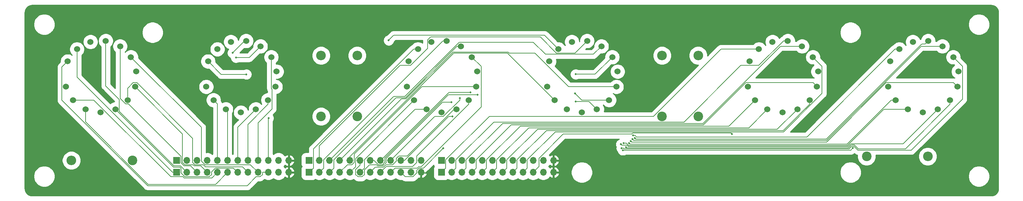
<source format=gbr>
%TF.GenerationSoftware,KiCad,Pcbnew,(5.1.5-131-g305ed0b65)-1*%
%TF.CreationDate,2020-09-08T16:17:06+08:00*%
%TF.ProjectId,IN-18,494e2d31-382e-46b6-9963-61645f706362,rev?*%
%TF.SameCoordinates,Original*%
%TF.FileFunction,Copper,L1,Top*%
%TF.FilePolarity,Positive*%
%FSLAX46Y46*%
G04 Gerber Fmt 4.6, Leading zero omitted, Abs format (unit mm)*
G04 Created by KiCad (PCBNEW (5.1.5-131-g305ed0b65)-1) date 2020-09-08 16:17:06*
%MOMM*%
%LPD*%
G01*
G04 APERTURE LIST*
%TA.AperFunction,ComponentPad*%
%ADD10O,1.700000X1.700000*%
%TD*%
%TA.AperFunction,ComponentPad*%
%ADD11R,1.700000X1.700000*%
%TD*%
%TA.AperFunction,ComponentPad*%
%ADD12C,1.524000*%
%TD*%
%TA.AperFunction,ComponentPad*%
%ADD13C,2.400000*%
%TD*%
%TA.AperFunction,ComponentPad*%
%ADD14O,2.400000X2.400000*%
%TD*%
%TA.AperFunction,ViaPad*%
%ADD15C,0.500000*%
%TD*%
%TA.AperFunction,Conductor*%
%ADD16C,0.152400*%
%TD*%
%TA.AperFunction,Conductor*%
%ADD17C,0.254000*%
%TD*%
G04 APERTURE END LIST*
D10*
%TO.P,J1,12*%
%TO.N,GND*%
X56940000Y-78000000D03*
%TO.P,J1,11*%
%TO.N,HV*%
X54400000Y-78000000D03*
%TO.P,J1,10*%
%TO.N,Net-(J1-Pad10)*%
X51860000Y-78000000D03*
%TO.P,J1,9*%
%TO.N,Net-(J1-Pad9)*%
X49320000Y-78000000D03*
%TO.P,J1,8*%
%TO.N,Net-(J1-Pad8)*%
X46780000Y-78000000D03*
%TO.P,J1,7*%
%TO.N,Net-(J1-Pad7)*%
X44240000Y-78000000D03*
%TO.P,J1,6*%
%TO.N,Net-(J1-Pad6)*%
X41700000Y-78000000D03*
%TO.P,J1,5*%
%TO.N,Net-(J1-Pad5)*%
X39160000Y-78000000D03*
%TO.P,J1,4*%
%TO.N,Net-(J1-Pad4)*%
X36620000Y-78000000D03*
%TO.P,J1,3*%
%TO.N,Net-(J1-Pad3)*%
X34080000Y-78000000D03*
%TO.P,J1,2*%
%TO.N,Net-(J1-Pad2)*%
X31540000Y-78000000D03*
D11*
%TO.P,J1,1*%
%TO.N,Net-(J1-Pad1)*%
X29000000Y-78000000D03*
%TD*%
D10*
%TO.P,J2,12*%
%TO.N,GND*%
X56940000Y-75000000D03*
%TO.P,J2,11*%
%TO.N,HV*%
X54400000Y-75000000D03*
%TO.P,J2,10*%
%TO.N,Net-(J2-Pad10)*%
X51860000Y-75000000D03*
%TO.P,J2,9*%
%TO.N,Net-(J2-Pad9)*%
X49320000Y-75000000D03*
%TO.P,J2,8*%
%TO.N,Net-(J2-Pad8)*%
X46780000Y-75000000D03*
%TO.P,J2,7*%
%TO.N,Net-(J2-Pad7)*%
X44240000Y-75000000D03*
%TO.P,J2,6*%
%TO.N,Net-(J2-Pad6)*%
X41700000Y-75000000D03*
%TO.P,J2,5*%
%TO.N,Net-(J2-Pad5)*%
X39160000Y-75000000D03*
%TO.P,J2,4*%
%TO.N,Net-(J2-Pad4)*%
X36620000Y-75000000D03*
%TO.P,J2,3*%
%TO.N,Net-(J2-Pad3)*%
X34080000Y-75000000D03*
%TO.P,J2,2*%
%TO.N,Net-(J2-Pad2)*%
X31540000Y-75000000D03*
D11*
%TO.P,J2,1*%
%TO.N,Net-(J2-Pad1)*%
X29000000Y-75000000D03*
%TD*%
D10*
%TO.P,J3,12*%
%TO.N,GND*%
X89940000Y-78000000D03*
%TO.P,J3,11*%
%TO.N,HV*%
X87400000Y-78000000D03*
%TO.P,J3,10*%
%TO.N,Net-(J3-Pad10)*%
X84860000Y-78000000D03*
%TO.P,J3,9*%
%TO.N,Net-(J3-Pad9)*%
X82320000Y-78000000D03*
%TO.P,J3,8*%
%TO.N,Net-(J3-Pad8)*%
X79780000Y-78000000D03*
%TO.P,J3,7*%
%TO.N,Net-(J3-Pad7)*%
X77240000Y-78000000D03*
%TO.P,J3,6*%
%TO.N,Net-(J3-Pad6)*%
X74700000Y-78000000D03*
%TO.P,J3,5*%
%TO.N,Net-(J3-Pad5)*%
X72160000Y-78000000D03*
%TO.P,J3,4*%
%TO.N,Net-(J3-Pad4)*%
X69620000Y-78000000D03*
%TO.P,J3,3*%
%TO.N,Net-(J3-Pad3)*%
X67080000Y-78000000D03*
%TO.P,J3,2*%
%TO.N,Net-(J3-Pad2)*%
X64540000Y-78000000D03*
D11*
%TO.P,J3,1*%
%TO.N,Net-(J3-Pad1)*%
X62000000Y-78000000D03*
%TD*%
%TO.P,J4,1*%
%TO.N,Net-(J4-Pad1)*%
X62000000Y-75000000D03*
D10*
%TO.P,J4,2*%
%TO.N,Net-(J4-Pad2)*%
X64540000Y-75000000D03*
%TO.P,J4,3*%
%TO.N,Net-(J4-Pad3)*%
X67080000Y-75000000D03*
%TO.P,J4,4*%
%TO.N,Net-(J4-Pad4)*%
X69620000Y-75000000D03*
%TO.P,J4,5*%
%TO.N,Net-(J4-Pad5)*%
X72160000Y-75000000D03*
%TO.P,J4,6*%
%TO.N,Net-(J4-Pad6)*%
X74700000Y-75000000D03*
%TO.P,J4,7*%
%TO.N,Net-(J4-Pad7)*%
X77240000Y-75000000D03*
%TO.P,J4,8*%
%TO.N,Net-(J4-Pad8)*%
X79780000Y-75000000D03*
%TO.P,J4,9*%
%TO.N,Net-(J4-Pad9)*%
X82320000Y-75000000D03*
%TO.P,J4,10*%
%TO.N,Net-(J4-Pad10)*%
X84860000Y-75000000D03*
%TO.P,J4,11*%
%TO.N,HV*%
X87400000Y-75000000D03*
%TO.P,J4,12*%
%TO.N,GND*%
X89940000Y-75000000D03*
%TD*%
D11*
%TO.P,J5,1*%
%TO.N,Net-(J5-Pad1)*%
X95000000Y-78000000D03*
D10*
%TO.P,J5,2*%
%TO.N,Net-(J5-Pad2)*%
X97540000Y-78000000D03*
%TO.P,J5,3*%
%TO.N,Net-(J5-Pad3)*%
X100080000Y-78000000D03*
%TO.P,J5,4*%
%TO.N,Net-(J5-Pad4)*%
X102620000Y-78000000D03*
%TO.P,J5,5*%
%TO.N,Net-(J5-Pad5)*%
X105160000Y-78000000D03*
%TO.P,J5,6*%
%TO.N,Net-(J5-Pad6)*%
X107700000Y-78000000D03*
%TO.P,J5,7*%
%TO.N,Net-(J5-Pad7)*%
X110240000Y-78000000D03*
%TO.P,J5,8*%
%TO.N,Net-(J5-Pad8)*%
X112780000Y-78000000D03*
%TO.P,J5,9*%
%TO.N,Net-(J5-Pad9)*%
X115320000Y-78000000D03*
%TO.P,J5,10*%
%TO.N,Net-(J5-Pad10)*%
X117860000Y-78000000D03*
%TO.P,J5,11*%
%TO.N,HV*%
X120400000Y-78000000D03*
%TO.P,J5,12*%
%TO.N,GND*%
X122940000Y-78000000D03*
%TD*%
D11*
%TO.P,J6,1*%
%TO.N,Net-(J6-Pad1)*%
X95000000Y-75000000D03*
D10*
%TO.P,J6,2*%
%TO.N,Net-(J6-Pad2)*%
X97540000Y-75000000D03*
%TO.P,J6,3*%
%TO.N,Net-(J6-Pad3)*%
X100080000Y-75000000D03*
%TO.P,J6,4*%
%TO.N,Net-(J6-Pad4)*%
X102620000Y-75000000D03*
%TO.P,J6,5*%
%TO.N,Net-(J6-Pad5)*%
X105160000Y-75000000D03*
%TO.P,J6,6*%
%TO.N,Net-(J6-Pad6)*%
X107700000Y-75000000D03*
%TO.P,J6,7*%
%TO.N,Net-(J6-Pad7)*%
X110240000Y-75000000D03*
%TO.P,J6,8*%
%TO.N,Net-(J6-Pad8)*%
X112780000Y-75000000D03*
%TO.P,J6,9*%
%TO.N,Net-(J6-Pad9)*%
X115320000Y-75000000D03*
%TO.P,J6,10*%
%TO.N,Net-(J6-Pad10)*%
X117860000Y-75000000D03*
%TO.P,J6,11*%
%TO.N,HV*%
X120400000Y-75000000D03*
%TO.P,J6,12*%
%TO.N,GND*%
X122940000Y-75000000D03*
%TD*%
D12*
%TO.P,U1,14*%
%TO.N,Net-(J1-Pad10)*%
X1843230Y-50196436D03*
%TO.P,U1,13*%
%TO.N,Net-(J1-Pad1)*%
X4154968Y-47156347D03*
%TO.P,U1,12*%
%TO.N,Anode*%
X7519264Y-45348645D03*
%TO.P,U1,11*%
%TO.N,Net-(J1-Pad2)*%
X11330284Y-45098858D03*
%TO.P,U1,10*%
%TO.N,Net-(J1-Pad3)*%
X14901751Y-46451965D03*
%TO.P,U1,9*%
%TO.N,Net-(J1-Pad9)*%
X17590523Y-49164304D03*
%TO.P,U1,8*%
%TO.N,Net-(U1-Pad1)*%
X18912412Y-52747443D03*
%TO.P,U1,1*%
X1370623Y-56556138D03*
%TO.P,U1,2*%
%TO.N,Net-(J1-Pad5)*%
X3207614Y-59904531D03*
%TO.P,U1,3*%
%TO.N,Net-(J1-Pad6)*%
X6267761Y-62189651D03*
%TO.P,U1,7*%
%TO.N,Net-(J1-Pad4)*%
X18629377Y-56556138D03*
%TO.P,U1,6*%
%TO.N,Net-(J1-Pad8)*%
X16792386Y-59904531D03*
%TO.P,U1,5*%
%TO.N,Net-(J1-Pad7)*%
X13732239Y-62189651D03*
%TO.P,U1,4*%
%TO.N,Anode*%
X10000000Y-63000000D03*
%TD*%
%TO.P,U2,14*%
%TO.N,Net-(J2-Pad10)*%
X36843230Y-50196436D03*
%TO.P,U2,13*%
%TO.N,Net-(J2-Pad1)*%
X39154968Y-47156347D03*
%TO.P,U2,12*%
%TO.N,Anode*%
X42519264Y-45348645D03*
%TO.P,U2,11*%
%TO.N,Net-(J2-Pad2)*%
X46330284Y-45098858D03*
%TO.P,U2,10*%
%TO.N,Net-(J2-Pad3)*%
X49901751Y-46451965D03*
%TO.P,U2,9*%
%TO.N,Net-(J2-Pad9)*%
X52590523Y-49164304D03*
%TO.P,U2,8*%
%TO.N,Net-(U2-Pad1)*%
X53912412Y-52747443D03*
%TO.P,U2,1*%
X36370623Y-56556138D03*
%TO.P,U2,2*%
%TO.N,Net-(J2-Pad5)*%
X38207614Y-59904531D03*
%TO.P,U2,3*%
%TO.N,Net-(J2-Pad6)*%
X41267761Y-62189651D03*
%TO.P,U2,7*%
%TO.N,Net-(J2-Pad4)*%
X53629377Y-56556138D03*
%TO.P,U2,6*%
%TO.N,Net-(J2-Pad8)*%
X51792386Y-59904531D03*
%TO.P,U2,5*%
%TO.N,Net-(J2-Pad7)*%
X48732239Y-62189651D03*
%TO.P,U2,4*%
%TO.N,Anode*%
X45000000Y-63000000D03*
%TD*%
%TO.P,U3,4*%
%TO.N,Anode*%
X95000000Y-63000000D03*
%TO.P,U3,5*%
%TO.N,Net-(J3-Pad7)*%
X98732239Y-62189651D03*
%TO.P,U3,6*%
%TO.N,Net-(J3-Pad8)*%
X101792386Y-59904531D03*
%TO.P,U3,7*%
%TO.N,Net-(J3-Pad4)*%
X103629377Y-56556138D03*
%TO.P,U3,3*%
%TO.N,Net-(J3-Pad6)*%
X91267761Y-62189651D03*
%TO.P,U3,2*%
%TO.N,Net-(J3-Pad5)*%
X88207614Y-59904531D03*
%TO.P,U3,1*%
%TO.N,Net-(U3-Pad1)*%
X86370623Y-56556138D03*
%TO.P,U3,8*%
X103912412Y-52747443D03*
%TO.P,U3,9*%
%TO.N,Net-(J3-Pad9)*%
X102590523Y-49164304D03*
%TO.P,U3,10*%
%TO.N,Net-(J3-Pad3)*%
X99901751Y-46451965D03*
%TO.P,U3,11*%
%TO.N,Net-(J3-Pad2)*%
X96330284Y-45098858D03*
%TO.P,U3,12*%
%TO.N,Anode*%
X92519264Y-45348645D03*
%TO.P,U3,13*%
%TO.N,Net-(J3-Pad1)*%
X89154968Y-47156347D03*
%TO.P,U3,14*%
%TO.N,Net-(J3-Pad10)*%
X86843230Y-50196436D03*
%TD*%
%TO.P,U4,4*%
%TO.N,Anode*%
X130000000Y-63000000D03*
%TO.P,U4,5*%
%TO.N,Net-(J4-Pad7)*%
X133732239Y-62189651D03*
%TO.P,U4,6*%
%TO.N,Net-(J4-Pad8)*%
X136792386Y-59904531D03*
%TO.P,U4,7*%
%TO.N,Net-(J4-Pad4)*%
X138629377Y-56556138D03*
%TO.P,U4,3*%
%TO.N,Net-(J4-Pad6)*%
X126267761Y-62189651D03*
%TO.P,U4,2*%
%TO.N,Net-(J4-Pad5)*%
X123207614Y-59904531D03*
%TO.P,U4,1*%
%TO.N,Net-(U4-Pad1)*%
X121370623Y-56556138D03*
%TO.P,U4,8*%
X138912412Y-52747443D03*
%TO.P,U4,9*%
%TO.N,Net-(J4-Pad9)*%
X137590523Y-49164304D03*
%TO.P,U4,10*%
%TO.N,Net-(J4-Pad3)*%
X134901751Y-46451965D03*
%TO.P,U4,11*%
%TO.N,Net-(J4-Pad2)*%
X131330284Y-45098858D03*
%TO.P,U4,12*%
%TO.N,Anode*%
X127519264Y-45348645D03*
%TO.P,U4,13*%
%TO.N,Net-(J4-Pad1)*%
X124154968Y-47156347D03*
%TO.P,U4,14*%
%TO.N,Net-(J4-Pad10)*%
X121843230Y-50196436D03*
%TD*%
%TO.P,U5,4*%
%TO.N,Anode*%
X180000000Y-63000000D03*
%TO.P,U5,5*%
%TO.N,Net-(J5-Pad7)*%
X183732239Y-62189651D03*
%TO.P,U5,6*%
%TO.N,Net-(J5-Pad8)*%
X186792386Y-59904531D03*
%TO.P,U5,7*%
%TO.N,Net-(J5-Pad4)*%
X188629377Y-56556138D03*
%TO.P,U5,3*%
%TO.N,Net-(J5-Pad6)*%
X176267761Y-62189651D03*
%TO.P,U5,2*%
%TO.N,Net-(J5-Pad5)*%
X173207614Y-59904531D03*
%TO.P,U5,1*%
%TO.N,Net-(U5-Pad1)*%
X171370623Y-56556138D03*
%TO.P,U5,8*%
X188912412Y-52747443D03*
%TO.P,U5,9*%
%TO.N,Net-(J5-Pad9)*%
X187590523Y-49164304D03*
%TO.P,U5,10*%
%TO.N,Net-(J5-Pad3)*%
X184901751Y-46451965D03*
%TO.P,U5,11*%
%TO.N,Net-(J5-Pad2)*%
X181330284Y-45098858D03*
%TO.P,U5,12*%
%TO.N,Anode*%
X177519264Y-45348645D03*
%TO.P,U5,13*%
%TO.N,Net-(J5-Pad1)*%
X174154968Y-47156347D03*
%TO.P,U5,14*%
%TO.N,Net-(J5-Pad10)*%
X171843230Y-50196436D03*
%TD*%
%TO.P,U6,14*%
%TO.N,Net-(J6-Pad10)*%
X206843230Y-50196436D03*
%TO.P,U6,13*%
%TO.N,Net-(J6-Pad1)*%
X209154968Y-47156347D03*
%TO.P,U6,12*%
%TO.N,Anode*%
X212519264Y-45348645D03*
%TO.P,U6,11*%
%TO.N,Net-(J6-Pad2)*%
X216330284Y-45098858D03*
%TO.P,U6,10*%
%TO.N,Net-(J6-Pad3)*%
X219901751Y-46451965D03*
%TO.P,U6,9*%
%TO.N,Net-(J6-Pad9)*%
X222590523Y-49164304D03*
%TO.P,U6,8*%
%TO.N,Net-(U6-Pad1)*%
X223912412Y-52747443D03*
%TO.P,U6,1*%
X206370623Y-56556138D03*
%TO.P,U6,2*%
%TO.N,Net-(J6-Pad5)*%
X208207614Y-59904531D03*
%TO.P,U6,3*%
%TO.N,Net-(J6-Pad6)*%
X211267761Y-62189651D03*
%TO.P,U6,7*%
%TO.N,Net-(J6-Pad4)*%
X223629377Y-56556138D03*
%TO.P,U6,6*%
%TO.N,Net-(J6-Pad8)*%
X221792386Y-59904531D03*
%TO.P,U6,5*%
%TO.N,Net-(J6-Pad7)*%
X218732239Y-62189651D03*
%TO.P,U6,4*%
%TO.N,Anode*%
X215000000Y-63000000D03*
%TD*%
D13*
%TO.P,R1,1*%
%TO.N,HV*%
X18000000Y-75000000D03*
D14*
%TO.P,R1,2*%
%TO.N,Anode*%
X2760000Y-75000000D03*
%TD*%
D13*
%TO.P,R2,1*%
%TO.N,HV*%
X65000000Y-64000000D03*
D14*
%TO.P,R2,2*%
%TO.N,Anode*%
X65000000Y-48760000D03*
%TD*%
D13*
%TO.P,R3,1*%
%TO.N,HV*%
X74000000Y-64000000D03*
D14*
%TO.P,R3,2*%
%TO.N,Anode*%
X74000000Y-48760000D03*
%TD*%
%TO.P,R4,2*%
%TO.N,Anode*%
X150000000Y-48760000D03*
D13*
%TO.P,R4,1*%
%TO.N,HV*%
X150000000Y-64000000D03*
%TD*%
D14*
%TO.P,R5,2*%
%TO.N,Anode*%
X159000000Y-48760000D03*
D13*
%TO.P,R5,1*%
%TO.N,HV*%
X159000000Y-64000000D03*
%TD*%
D14*
%TO.P,R6,2*%
%TO.N,Anode*%
X216240000Y-74000000D03*
D13*
%TO.P,R6,1*%
%TO.N,HV*%
X201000000Y-74000000D03*
%TD*%
D15*
%TO.N,Net-(J2-Pad10)*%
X51900000Y-64420000D03*
X46390000Y-53470000D03*
%TO.N,Net-(J2-Pad3)*%
X43800000Y-49270000D03*
%TO.N,Net-(J2-Pad2)*%
X42940000Y-48100000D03*
%TO.N,Net-(J3-Pad10)*%
X95490000Y-71980000D03*
%TO.N,Net-(J4-Pad1)*%
X81860000Y-44960000D03*
%TO.N,Net-(J4-Pad6)*%
X97470000Y-60470000D03*
%TO.N,Net-(J4-Pad7)*%
X103990000Y-58580000D03*
X128500000Y-60250000D03*
%TO.N,Net-(J4-Pad8)*%
X102210000Y-57970000D03*
X128350000Y-58250000D03*
%TO.N,Net-(J4-Pad9)*%
X99580000Y-59380000D03*
X128470000Y-53440000D03*
%TO.N,Net-(J4-Pad10)*%
X97760000Y-63990000D03*
%TO.N,Net-(J5-Pad10)*%
X167423536Y-68431390D03*
%TO.N,Net-(J6-Pad1)*%
X142826350Y-68724294D03*
%TO.N,Net-(J6-Pad2)*%
X143235500Y-69386939D03*
%TO.N,Net-(J6-Pad3)*%
X142653373Y-69681505D03*
%TO.N,Net-(J6-Pad4)*%
X142201522Y-70152112D03*
%TO.N,Net-(J6-Pad5)*%
X141780973Y-70650890D03*
%TO.N,Net-(J6-Pad6)*%
X140451794Y-70667444D03*
%TO.N,Net-(J6-Pad7)*%
X139758873Y-70960683D03*
%TO.N,Net-(J6-Pad8)*%
X140990406Y-71676579D03*
%TO.N,Net-(J6-Pad9)*%
X139877009Y-71917894D03*
%TO.N,Net-(J6-Pad10)*%
X140240000Y-72460000D03*
X197590000Y-71900000D03*
%TD*%
D16*
%TO.N,Net-(J1-Pad10)*%
X49837729Y-79078601D02*
X48802271Y-79078601D01*
X50398601Y-78517729D02*
X49837729Y-79078601D01*
X51860000Y-78000000D02*
X50398601Y-78000000D01*
X50398601Y-78000000D02*
X50398601Y-78517729D01*
X48802271Y-79078601D02*
X46570872Y-81310000D01*
X380022Y-51659644D02*
X1843230Y-50196436D01*
X21764603Y-81310000D02*
X380022Y-59925419D01*
X380022Y-59925419D02*
X380022Y-51659644D01*
X46570872Y-81310000D02*
X21764603Y-81310000D01*
%TO.N,Net-(J1-Pad9)*%
X35158601Y-66732382D02*
X17590523Y-49164304D01*
X35158601Y-75134931D02*
X35158601Y-66732382D01*
X36102271Y-76078601D02*
X35158601Y-75134931D01*
X47398601Y-76078601D02*
X36102271Y-76078601D01*
X49320000Y-78000000D02*
X47398601Y-76078601D01*
%TO.N,Net-(J1-Pad8)*%
X33562271Y-76078601D02*
X33001399Y-75517729D01*
X33001399Y-75517729D02*
X33001399Y-69462070D01*
X16792386Y-56927039D02*
X16792386Y-59904531D01*
X36209191Y-76616588D02*
X35671204Y-76078601D01*
X18153888Y-55565537D02*
X16792386Y-56927039D01*
X35671204Y-76078601D02*
X33562271Y-76078601D01*
X33001399Y-69462070D02*
X19104866Y-55565537D01*
X19104866Y-55565537D02*
X18153888Y-55565537D01*
X45396588Y-76616588D02*
X36209191Y-76616588D01*
X46780000Y-78000000D02*
X45396588Y-76616588D01*
%TO.N,Net-(J1-Pad7)*%
X30078601Y-76967119D02*
X29811482Y-76700000D01*
X37137729Y-79078601D02*
X31022271Y-79078601D01*
X37698601Y-77865069D02*
X37698601Y-78517729D01*
X43161399Y-76921399D02*
X38642271Y-76921399D01*
X37698601Y-78517729D02*
X37137729Y-79078601D01*
X31022271Y-79078601D02*
X30078601Y-78134931D01*
X30078601Y-78134931D02*
X30078601Y-76967119D01*
X38642271Y-76921399D02*
X37698601Y-77865069D01*
X44240000Y-78000000D02*
X43161399Y-76921399D01*
X29811482Y-76700000D02*
X28242588Y-76700000D01*
X28242588Y-76700000D02*
X13732239Y-62189651D01*
%TO.N,Net-(J1-Pad6)*%
X41700000Y-78000000D02*
X38694811Y-81005189D01*
X38694811Y-81005189D02*
X21890859Y-81005189D01*
X6267761Y-65382091D02*
X6267761Y-62189651D01*
X21890859Y-81005189D02*
X6267761Y-65382091D01*
%TO.N,Net-(J1-Pad5)*%
X30591205Y-79078601D02*
X27542776Y-79078601D01*
X8368706Y-59904531D02*
X3207614Y-59904531D01*
X27542776Y-79078601D02*
X8368706Y-59904531D01*
X37776588Y-79383412D02*
X30896015Y-79383412D01*
X39160000Y-78000000D02*
X37776588Y-79383412D01*
X30896015Y-79383412D02*
X30591205Y-79078601D01*
%TO.N,Net-(J1-Pad4)*%
X36620000Y-78000000D02*
X35003412Y-76383412D01*
X31022271Y-76078601D02*
X30461399Y-75517729D01*
X33436015Y-76383412D02*
X33131205Y-76078601D01*
X33131205Y-76078601D02*
X31022271Y-76078601D01*
X30461399Y-75517729D02*
X30461399Y-68388160D01*
X35003412Y-76383412D02*
X33436015Y-76383412D01*
X30461399Y-68388160D02*
X18629377Y-56556138D01*
%TO.N,Net-(J1-Pad3)*%
X30078601Y-75565998D02*
X30078601Y-73967119D01*
X14901751Y-59479986D02*
X14901751Y-46451965D01*
X16316897Y-60895132D02*
X14901751Y-59479986D01*
X30078601Y-73967119D02*
X17006614Y-60895132D01*
X17006614Y-60895132D02*
X16316897Y-60895132D01*
X30896015Y-76383412D02*
X30078601Y-75565998D01*
X34080000Y-78000000D02*
X32463412Y-76383412D01*
X32463412Y-76383412D02*
X30896015Y-76383412D01*
%TO.N,Net-(J1-Pad2)*%
X31540000Y-78000000D02*
X31540000Y-77997451D01*
X11330284Y-46176488D02*
X11330284Y-45098858D01*
X31540000Y-77997451D02*
X29925961Y-76383412D01*
X14722840Y-59732142D02*
X11330284Y-56339586D01*
X11330284Y-56339586D02*
X11330284Y-46176488D01*
X28357066Y-76383412D02*
X14722840Y-62749186D01*
X14722840Y-62749186D02*
X14722840Y-59732142D01*
X29925961Y-76383412D02*
X28357066Y-76383412D01*
%TO.N,Net-(J1-Pad1)*%
X27977867Y-78000000D02*
X4154968Y-54177101D01*
X29000000Y-78000000D02*
X27977867Y-78000000D01*
X4154968Y-48233977D02*
X4154968Y-47156347D01*
X4154968Y-54177101D02*
X4154968Y-48233977D01*
%TO.N,Net-(J2-Pad10)*%
X51860000Y-75000000D02*
X51860000Y-64460000D01*
X51860000Y-64460000D02*
X51900000Y-64420000D01*
X40116794Y-53470000D02*
X36843230Y-50196436D01*
X46390000Y-53470000D02*
X40116794Y-53470000D01*
%TO.N,Net-(J2-Pad9)*%
X49320000Y-75000000D02*
X49320000Y-65570000D01*
X52782987Y-57175838D02*
X52590523Y-56983374D01*
X52782987Y-62107013D02*
X52782987Y-57175838D01*
X52590523Y-56983374D02*
X52590523Y-49164304D01*
X49320000Y-65570000D02*
X52782987Y-62107013D01*
%TO.N,Net-(J2-Pad8)*%
X51792386Y-60982161D02*
X51792386Y-59904531D01*
X46780000Y-65994547D02*
X51792386Y-60982161D01*
X46780000Y-75000000D02*
X46780000Y-65994547D01*
%TO.N,Net-(J2-Pad7)*%
X44240000Y-66681890D02*
X48732239Y-62189651D01*
X44240000Y-75000000D02*
X44240000Y-66681890D01*
%TO.N,Net-(J2-Pad6)*%
X41700000Y-62621890D02*
X41267761Y-62189651D01*
X41700000Y-75000000D02*
X41700000Y-62621890D01*
%TO.N,Net-(J2-Pad5)*%
X39160000Y-60856917D02*
X38207614Y-59904531D01*
X39160000Y-75000000D02*
X39160000Y-60856917D01*
%TO.N,Net-(J2-Pad3)*%
X47083716Y-49270000D02*
X49901751Y-46451965D01*
X43800000Y-49270000D02*
X47083716Y-49270000D01*
%TO.N,Net-(J2-Pad2)*%
X45941142Y-45098858D02*
X46330284Y-45098858D01*
X42940000Y-48100000D02*
X45941142Y-45098858D01*
%TO.N,Net-(J3-Pad10)*%
X90548601Y-76921399D02*
X95490000Y-71980000D01*
X89422271Y-76921399D02*
X90548601Y-76921399D01*
X88861399Y-77482271D02*
X89422271Y-76921399D01*
X87917729Y-79078601D02*
X88861399Y-78134931D01*
X88861399Y-78134931D02*
X88861399Y-77482271D01*
X84860000Y-78000000D02*
X85938601Y-79078601D01*
X85938601Y-79078601D02*
X87917729Y-79078601D01*
%TO.N,Net-(J3-Pad9)*%
X83398601Y-76921399D02*
X88991205Y-76921399D01*
X88991205Y-76921399D02*
X89296015Y-76616588D01*
X82320000Y-78000000D02*
X83398601Y-76921399D01*
X89296015Y-76616588D02*
X89919742Y-76616588D01*
X104903013Y-61633317D02*
X104903013Y-51476794D01*
X89919742Y-76616588D02*
X104903013Y-61633317D01*
X104903013Y-51476794D02*
X102590523Y-49164304D01*
%TO.N,Net-(J3-Pad8)*%
X79780000Y-78000000D02*
X81224809Y-76555191D01*
X88861399Y-73913148D02*
X101792386Y-60982161D01*
X81224809Y-76555191D02*
X87844809Y-76555191D01*
X101792386Y-60982161D02*
X101792386Y-59904531D01*
X88861399Y-75538601D02*
X88861399Y-73913148D01*
X87844809Y-76555191D02*
X88861399Y-75538601D01*
%TO.N,Net-(J3-Pad7)*%
X98182953Y-62189651D02*
X98732239Y-62189651D01*
X83781399Y-75134931D02*
X83781399Y-74482271D01*
X77240000Y-78000000D02*
X78551777Y-76688223D01*
X80550241Y-76688223D02*
X81159862Y-76078601D01*
X83781399Y-74482271D02*
X84342271Y-73921399D01*
X86451205Y-73921399D02*
X98182953Y-62189651D01*
X84342271Y-73921399D02*
X86451205Y-73921399D01*
X81159862Y-76078601D02*
X82837729Y-76078601D01*
X78551777Y-76688223D02*
X80550241Y-76688223D01*
X82837729Y-76078601D02*
X83781399Y-75134931D01*
%TO.N,Net-(J3-Pad6)*%
X75778601Y-76921399D02*
X75778601Y-74865069D01*
X75778601Y-74865069D02*
X88454019Y-62189651D01*
X88454019Y-62189651D02*
X91267761Y-62189651D01*
X74700000Y-78000000D02*
X75778601Y-76921399D01*
%TO.N,Net-(J3-Pad5)*%
X73591113Y-76568887D02*
X73591113Y-74571020D01*
X87445615Y-60716518D02*
X87445615Y-60666530D01*
X87445615Y-60666530D02*
X88207614Y-59904531D01*
X72160000Y-78000000D02*
X73591113Y-76568887D01*
X73591113Y-74571020D02*
X87445615Y-60716518D01*
%TO.N,Net-(J3-Pad4)*%
X73264809Y-75491521D02*
X73264809Y-73381245D01*
X73264809Y-73381245D02*
X90089916Y-56556138D01*
X90089916Y-56556138D02*
X102551747Y-56556138D01*
X72677729Y-76078601D02*
X73264809Y-75491521D01*
X71541399Y-76078601D02*
X72677729Y-76078601D01*
X69620000Y-78000000D02*
X71541399Y-76078601D01*
X102551747Y-56556138D02*
X103629377Y-56556138D01*
%TO.N,Net-(J3-Pad3)*%
X67080000Y-78000000D02*
X68158601Y-76921399D01*
X86018312Y-59300380D02*
X98866727Y-46451965D01*
X83723290Y-59300380D02*
X86018312Y-59300380D01*
X68158601Y-74865069D02*
X83723290Y-59300380D01*
X68158601Y-76921399D02*
X68158601Y-74865069D01*
X98866727Y-46451965D02*
X99901751Y-46451965D01*
%TO.N,Net-(J3-Pad2)*%
X95384812Y-45098858D02*
X96330284Y-45098858D01*
X65618601Y-74865069D02*
X95384812Y-45098858D01*
X65618601Y-76921399D02*
X65618601Y-74865069D01*
X64540000Y-78000000D02*
X65618601Y-76921399D01*
%TO.N,Net-(J3-Pad1)*%
X63078601Y-76921399D02*
X63078601Y-72155084D01*
X88077338Y-47156347D02*
X89154968Y-47156347D01*
X63078601Y-72155084D02*
X88077338Y-47156347D01*
X62000000Y-78000000D02*
X63078601Y-76921399D01*
%TO.N,Net-(J4-Pad1)*%
X81860000Y-44960000D02*
X83134811Y-43685189D01*
X120683810Y-43685189D02*
X123392969Y-46394348D01*
X123392969Y-46394348D02*
X124154968Y-47156347D01*
X83134811Y-43685189D02*
X120683810Y-43685189D01*
%TO.N,Net-(J4-Pad2)*%
X123679479Y-48146948D02*
X128282194Y-48146948D01*
X128282194Y-48146948D02*
X131330284Y-45098858D01*
X92293562Y-44108257D02*
X119640788Y-44108257D01*
X91528663Y-44873156D02*
X92293562Y-44108257D01*
X91528663Y-46977093D02*
X91528663Y-44873156D01*
X87318719Y-51187037D02*
X91528663Y-46977093D01*
X84698633Y-51187037D02*
X87318719Y-51187037D01*
X64540000Y-75000000D02*
X64540000Y-71345670D01*
X119640788Y-44108257D02*
X123679479Y-48146948D01*
X64540000Y-71345670D02*
X84698633Y-51187037D01*
%TO.N,Net-(J4-Pad3)*%
X117921364Y-45461364D02*
X120911759Y-48451759D01*
X120911759Y-48451759D02*
X132901957Y-48451759D01*
X99426262Y-45461364D02*
X117921364Y-45461364D01*
X85892056Y-58995569D02*
X99426262Y-45461364D01*
X132901957Y-48451759D02*
X134901751Y-46451965D01*
X67080000Y-75000000D02*
X83084431Y-58995569D01*
X83084431Y-58995569D02*
X85892056Y-58995569D01*
%TO.N,Net-(J4-Pad4)*%
X111907852Y-48173703D02*
X118354407Y-48173703D01*
X126736842Y-56556138D02*
X138629377Y-56556138D01*
X85014809Y-59605191D02*
X86178731Y-59605191D01*
X69620000Y-75000000D02*
X85014809Y-59605191D01*
X97915029Y-47868892D02*
X111603042Y-47868892D01*
X86178731Y-59605191D02*
X97915029Y-47868892D01*
X118354407Y-48173703D02*
X126736842Y-56556138D01*
X111603042Y-47868892D02*
X111907852Y-48173703D01*
%TO.N,Net-(J4-Pad5)*%
X98041285Y-48173703D02*
X111476786Y-48173703D01*
X72160000Y-74054988D02*
X98041285Y-48173703D01*
X72160000Y-75000000D02*
X72160000Y-74054988D01*
X111476786Y-48173703D02*
X123207614Y-59904531D01*
%TO.N,Net-(J4-Pad6)*%
X73621399Y-77280682D02*
X73621399Y-78517729D01*
X75217729Y-79078601D02*
X75778601Y-78517729D01*
X74700000Y-75000000D02*
X74700000Y-76202081D01*
X75778601Y-78517729D02*
X75778601Y-77352465D01*
X75778601Y-77352465D02*
X77052465Y-76078601D01*
X77052465Y-76078601D02*
X78831205Y-76078601D01*
X78831205Y-76078601D02*
X79136015Y-76383412D01*
X95301066Y-60470000D02*
X97470000Y-60470000D01*
X79136015Y-76383412D02*
X80423985Y-76383412D01*
X81241399Y-74529667D02*
X95301066Y-60470000D01*
X80423985Y-76383412D02*
X81241399Y-75565998D01*
X74182271Y-79078601D02*
X75217729Y-79078601D01*
X74700000Y-76202081D02*
X73621399Y-77280682D01*
X81241399Y-75565998D02*
X81241399Y-74529667D01*
X73621399Y-78517729D02*
X74182271Y-79078601D01*
%TO.N,Net-(J4-Pad7)*%
X131792588Y-60250000D02*
X133732239Y-62189651D01*
X128500000Y-60250000D02*
X131792588Y-60250000D01*
X80297729Y-76078601D02*
X80936588Y-75439742D01*
X80936588Y-74403413D02*
X96760001Y-58580000D01*
X80936588Y-75439742D02*
X80936588Y-74403413D01*
X79262271Y-76078601D02*
X80297729Y-76078601D01*
X78183670Y-75000000D02*
X79262271Y-76078601D01*
X96760001Y-58580000D02*
X103990000Y-58580000D01*
X77240000Y-75000000D02*
X78183670Y-75000000D01*
%TO.N,Net-(J4-Pad8)*%
X79908935Y-75000000D02*
X96938935Y-57970000D01*
X79780000Y-75000000D02*
X79908935Y-75000000D01*
X96938935Y-57970000D02*
X102210000Y-57970000D01*
X130004531Y-59904531D02*
X136792386Y-59904531D01*
X128350000Y-58250000D02*
X130004531Y-59904531D01*
%TO.N,Net-(J4-Pad9)*%
X99580000Y-59886090D02*
X99580000Y-59380000D01*
X82320000Y-75000000D02*
X93329399Y-63990601D01*
X95475489Y-63990601D02*
X99580000Y-59886090D01*
X93329399Y-63990601D02*
X95475489Y-63990601D01*
X133314827Y-53440000D02*
X137590523Y-49164304D01*
X128470000Y-53440000D02*
X133314827Y-53440000D01*
%TO.N,Net-(J4-Pad10)*%
X85803670Y-75000000D02*
X96813670Y-63990000D01*
X84860000Y-75000000D02*
X85803670Y-75000000D01*
X96813670Y-63990000D02*
X97760000Y-63990000D01*
%TO.N,Net-(J5-Pad1)*%
X164729323Y-47156347D02*
X174154968Y-47156347D01*
X147895069Y-63990601D02*
X164729323Y-47156347D01*
X106953069Y-63990601D02*
X147895069Y-63990601D01*
X96078601Y-74865069D02*
X106953069Y-63990601D01*
X96078601Y-76921399D02*
X96078601Y-74865069D01*
X95000000Y-78000000D02*
X96078601Y-76921399D01*
%TO.N,Net-(J5-Pad2)*%
X98618601Y-74865069D02*
X108055069Y-65428601D01*
X174106323Y-51245189D02*
X180252654Y-45098858D01*
X98618601Y-76921399D02*
X98618601Y-74865069D01*
X180252654Y-45098858D02*
X181330284Y-45098858D01*
X155457069Y-65428601D02*
X169640481Y-51245189D01*
X97540000Y-78000000D02*
X98618601Y-76921399D01*
X169640481Y-51245189D02*
X174106323Y-51245189D01*
X108055069Y-65428601D02*
X155457069Y-65428601D01*
%TO.N,Net-(J5-Pad3)*%
X110233670Y-65790000D02*
X160208934Y-65790000D01*
X100080000Y-78000000D02*
X101158601Y-76921399D01*
X101158601Y-74865069D02*
X110233670Y-65790000D01*
X101158601Y-76921399D02*
X101158601Y-74865069D01*
X183824121Y-46451965D02*
X184901751Y-46451965D01*
X179546969Y-46451965D02*
X183824121Y-46451965D01*
X160208934Y-65790000D02*
X179546969Y-46451965D01*
%TO.N,Net-(J5-Pad4)*%
X102620000Y-78000000D02*
X103698601Y-76921399D01*
X103698601Y-74865069D02*
X112423670Y-66140000D01*
X103698601Y-76921399D02*
X103698601Y-74865069D01*
X187638776Y-55565537D02*
X188629377Y-56556138D01*
X160320671Y-66140000D02*
X170895134Y-55565537D01*
X112423670Y-66140000D02*
X160320671Y-66140000D01*
X170895134Y-55565537D02*
X187638776Y-55565537D01*
%TO.N,Net-(J5-Pad5)*%
X106238601Y-74865069D02*
X114643670Y-66460000D01*
X105160000Y-78000000D02*
X106238601Y-76921399D01*
X106238601Y-76921399D02*
X106238601Y-74865069D01*
X166652145Y-66460000D02*
X173207614Y-59904531D01*
X114643670Y-66460000D02*
X166652145Y-66460000D01*
%TO.N,Net-(J5-Pad6)*%
X108778601Y-74865069D02*
X116803670Y-66840000D01*
X107700000Y-78000000D02*
X108778601Y-76921399D01*
X108778601Y-76921399D02*
X108778601Y-74865069D01*
X171617412Y-66840000D02*
X176267761Y-62189651D01*
X116803670Y-66840000D02*
X171617412Y-66840000D01*
%TO.N,Net-(J5-Pad7)*%
X110240000Y-78000000D02*
X111318601Y-76921399D01*
X111318601Y-74865069D02*
X118983670Y-67200000D01*
X111318601Y-76921399D02*
X111318601Y-74865069D01*
X178721890Y-67200000D02*
X183732239Y-62189651D01*
X118983670Y-67200000D02*
X178721890Y-67200000D01*
%TO.N,Net-(J5-Pad8)*%
X186792386Y-60939555D02*
X186792386Y-59904531D01*
X121203670Y-67520000D02*
X180211941Y-67520000D01*
X180211941Y-67520000D02*
X186792386Y-60939555D01*
X113858601Y-76921399D02*
X113858601Y-74865069D01*
X112780000Y-78000000D02*
X113858601Y-76921399D01*
X113858601Y-74865069D02*
X121203670Y-67520000D01*
%TO.N,Net-(J5-Pad9)*%
X115320000Y-78000000D02*
X116398601Y-76921399D01*
X116398601Y-74865069D02*
X123413670Y-67850000D01*
X116398601Y-76921399D02*
X116398601Y-74865069D01*
X189903013Y-51476794D02*
X187590523Y-49164304D01*
X180313007Y-67850000D02*
X189903013Y-58259994D01*
X189903013Y-58259994D02*
X189903013Y-51476794D01*
X123413670Y-67850000D02*
X180313007Y-67850000D01*
%TO.N,Net-(J5-Pad10)*%
X119321399Y-74482271D02*
X125372280Y-68431390D01*
X142660921Y-68181391D02*
X167173537Y-68181391D01*
X125372280Y-68431390D02*
X142410922Y-68431390D01*
X119321399Y-76538601D02*
X119321399Y-74482271D01*
X142410922Y-68431390D02*
X142660921Y-68181391D01*
X167173537Y-68181391D02*
X167423536Y-68431390D01*
X117860000Y-78000000D02*
X119321399Y-76538601D01*
%TO.N,Net-(J6-Pad1)*%
X209154968Y-47156347D02*
X208077338Y-47156347D01*
X208077338Y-47156347D02*
X186117808Y-69115877D01*
X143281187Y-68724294D02*
X142826350Y-68724294D01*
X143672770Y-69115877D02*
X143281187Y-68724294D01*
X186117808Y-69115877D02*
X143672770Y-69115877D01*
%TO.N,Net-(J6-Pad2)*%
X190961599Y-69636938D02*
X143485499Y-69636938D01*
X215568285Y-45860857D02*
X214737680Y-45860857D01*
X143485499Y-69636938D02*
X143235500Y-69386939D01*
X214737680Y-45860857D02*
X190961599Y-69636938D01*
X216330284Y-45098858D02*
X215568285Y-45860857D01*
%TO.N,Net-(J6-Pad3)*%
X214577639Y-46451965D02*
X191007400Y-70022204D01*
X219901751Y-46451965D02*
X214577639Y-46451965D01*
X191007400Y-70022204D02*
X142994072Y-70022204D01*
X142994072Y-70022204D02*
X142653373Y-69681505D01*
%TO.N,Net-(J6-Pad4)*%
X222638776Y-55565537D02*
X205895134Y-55565537D01*
X205895134Y-55565537D02*
X191058560Y-70402111D01*
X142451521Y-70402111D02*
X142201522Y-70152112D01*
X223629377Y-56556138D02*
X222638776Y-55565537D01*
X191058560Y-70402111D02*
X142451521Y-70402111D01*
%TO.N,Net-(J6-Pad5)*%
X208207614Y-59904531D02*
X207122869Y-59904531D01*
X142030972Y-70900889D02*
X141780973Y-70650890D01*
X196126511Y-70900889D02*
X142030972Y-70900889D01*
X207122869Y-59904531D02*
X196126511Y-70900889D01*
%TO.N,Net-(J6-Pad6)*%
X205268816Y-62189651D02*
X196217711Y-71240756D01*
X141120670Y-70667444D02*
X140451794Y-70667444D01*
X211267761Y-62189651D02*
X205268816Y-62189651D01*
X141693982Y-71240756D02*
X141120670Y-70667444D01*
X196217711Y-71240756D02*
X141693982Y-71240756D01*
%TO.N,Net-(J6-Pad7)*%
X197077758Y-70811776D02*
X196343967Y-71545567D01*
X196343967Y-71545567D02*
X141567726Y-71545567D01*
X139996167Y-71197977D02*
X139758873Y-70960683D01*
X218732239Y-62189651D02*
X210110114Y-70811776D01*
X210110114Y-70811776D02*
X197077758Y-70811776D01*
X141567726Y-71545567D02*
X141220136Y-71197977D01*
X141220136Y-71197977D02*
X139996167Y-71197977D01*
%TO.N,Net-(J6-Pad8)*%
X197204014Y-71116587D02*
X196470223Y-71850378D01*
X197945986Y-71116587D02*
X197204014Y-71116587D01*
X198934617Y-72105218D02*
X197945986Y-71116587D01*
X210669329Y-72105218D02*
X198934617Y-72105218D01*
X221792386Y-60982161D02*
X210669329Y-72105218D01*
X196470223Y-71850378D02*
X141164205Y-71850378D01*
X221792386Y-59904531D02*
X221792386Y-60982161D01*
X141164205Y-71850378D02*
X140990406Y-71676579D01*
%TO.N,Net-(J6-Pad9)*%
X222590523Y-49164304D02*
X224903013Y-51476794D01*
X140613519Y-72155189D02*
X140376224Y-71917894D01*
X224903013Y-51476794D02*
X224903013Y-59676987D01*
X196596479Y-72155189D02*
X140613519Y-72155189D01*
X198836352Y-72438020D02*
X197819730Y-71421398D01*
X197819730Y-71421398D02*
X197330270Y-71421398D01*
X224903013Y-59676987D02*
X212141980Y-72438020D01*
X140376224Y-71917894D02*
X139877009Y-71917894D01*
X212141980Y-72438020D02*
X198836352Y-72438020D01*
X197330270Y-71421398D02*
X196596479Y-72155189D01*
%TO.N,Net-(J6-Pad10)*%
X140240000Y-72460000D02*
X197030000Y-72460000D01*
X197030000Y-72460000D02*
X197590000Y-71900000D01*
%TD*%
D17*
%TO.N,GND*%
G36*
X232354749Y-36208385D02*
G01*
X232695988Y-36311410D01*
X233010710Y-36478751D01*
X233286944Y-36704042D01*
X233514154Y-36978691D01*
X233683689Y-37292240D01*
X233789095Y-37632752D01*
X233832000Y-38040967D01*
X233832001Y-81942860D01*
X233791614Y-82354754D01*
X233688590Y-82695987D01*
X233521248Y-83010712D01*
X233295958Y-83286944D01*
X233021309Y-83514154D01*
X232707760Y-83683689D01*
X232367249Y-83789095D01*
X231959033Y-83832000D01*
X-6942870Y-83832000D01*
X-7354754Y-83791614D01*
X-7695987Y-83688590D01*
X-8010712Y-83521248D01*
X-8286944Y-83295958D01*
X-8514154Y-83021309D01*
X-8683689Y-82707760D01*
X-8789095Y-82367249D01*
X-8832000Y-81959033D01*
X-8832000Y-78736530D01*
X-6675057Y-78736530D01*
X-6675057Y-79263470D01*
X-6572256Y-79780285D01*
X-6370604Y-80267114D01*
X-6077852Y-80705249D01*
X-5705249Y-81077852D01*
X-5267114Y-81370604D01*
X-4780285Y-81572256D01*
X-4263470Y-81675057D01*
X-3736530Y-81675057D01*
X-3219715Y-81572256D01*
X-2732886Y-81370604D01*
X-2294751Y-81077852D01*
X-1922148Y-80705249D01*
X-1629396Y-80267114D01*
X-1427744Y-79780285D01*
X-1324943Y-79263470D01*
X-1324943Y-78736530D01*
X-1427744Y-78219715D01*
X-1629396Y-77732886D01*
X-1922148Y-77294751D01*
X-2294751Y-76922148D01*
X-2732886Y-76629396D01*
X-3219715Y-76427744D01*
X-3736530Y-76324943D01*
X-4263470Y-76324943D01*
X-4780285Y-76427744D01*
X-5267114Y-76629396D01*
X-5705249Y-76922148D01*
X-6077852Y-77294751D01*
X-6370604Y-77732886D01*
X-6572256Y-78219715D01*
X-6675057Y-78736530D01*
X-8832000Y-78736530D01*
X-8832000Y-74769235D01*
X417000Y-74769235D01*
X417000Y-75230765D01*
X507040Y-75683428D01*
X683660Y-76109827D01*
X940073Y-76493576D01*
X1266424Y-76819927D01*
X1650173Y-77076340D01*
X2076572Y-77252960D01*
X2529235Y-77343000D01*
X2990765Y-77343000D01*
X3443428Y-77252960D01*
X3869827Y-77076340D01*
X4253576Y-76819927D01*
X4579927Y-76493576D01*
X4836340Y-76109827D01*
X5012960Y-75683428D01*
X5103000Y-75230765D01*
X5103000Y-74769235D01*
X5012960Y-74316572D01*
X4836340Y-73890173D01*
X4579927Y-73506424D01*
X4253576Y-73180073D01*
X3869827Y-72923660D01*
X3443428Y-72747040D01*
X2990765Y-72657000D01*
X2529235Y-72657000D01*
X2076572Y-72747040D01*
X1650173Y-72923660D01*
X1266424Y-73180073D01*
X940073Y-73506424D01*
X683660Y-73890173D01*
X507040Y-74316572D01*
X417000Y-74769235D01*
X-8832000Y-74769235D01*
X-8832000Y-51659644D01*
X-845077Y-51659644D01*
X-839177Y-51719547D01*
X-839178Y-59865526D01*
X-845077Y-59925419D01*
X-825899Y-60120135D01*
X-821537Y-60164423D01*
X-751822Y-60394243D01*
X-638611Y-60606047D01*
X-486254Y-60791695D01*
X-439722Y-60829883D01*
X20860144Y-82129750D01*
X20898327Y-82176276D01*
X21083974Y-82328633D01*
X21295778Y-82441844D01*
X21425340Y-82481146D01*
X21525597Y-82511559D01*
X21550422Y-82514004D01*
X21704710Y-82529200D01*
X21704716Y-82529200D01*
X21764602Y-82535098D01*
X21824488Y-82529200D01*
X46510979Y-82529200D01*
X46570872Y-82535099D01*
X46630765Y-82529200D01*
X46809877Y-82511559D01*
X47039697Y-82441844D01*
X47251501Y-82328633D01*
X47437148Y-82176276D01*
X47475335Y-82129745D01*
X49307280Y-80297801D01*
X49777836Y-80297801D01*
X49837729Y-80303700D01*
X49897622Y-80297801D01*
X50076734Y-80280160D01*
X50306554Y-80210445D01*
X50518358Y-80097234D01*
X50704005Y-79944877D01*
X50742193Y-79898345D01*
X50891026Y-79749512D01*
X50915961Y-79766173D01*
X51278663Y-79916410D01*
X51663707Y-79993000D01*
X52056293Y-79993000D01*
X52441337Y-79916410D01*
X52804039Y-79766173D01*
X53130000Y-79548373D01*
X53455961Y-79766173D01*
X53818663Y-79916410D01*
X54203707Y-79993000D01*
X54596293Y-79993000D01*
X54981337Y-79916410D01*
X55344039Y-79766173D01*
X55670463Y-79548064D01*
X55948064Y-79270463D01*
X56022383Y-79159237D01*
X56173080Y-79271641D01*
X56435901Y-79396825D01*
X56583110Y-79441476D01*
X56813000Y-79320155D01*
X56813000Y-78127000D01*
X57067000Y-78127000D01*
X57067000Y-79320155D01*
X57296890Y-79441476D01*
X57444099Y-79396825D01*
X57706920Y-79271641D01*
X57940269Y-79097588D01*
X58135178Y-78881355D01*
X58284157Y-78631252D01*
X58381481Y-78356891D01*
X58260814Y-78127000D01*
X57067000Y-78127000D01*
X56813000Y-78127000D01*
X56793000Y-78127000D01*
X56793000Y-77873000D01*
X56813000Y-77873000D01*
X56813000Y-76679845D01*
X57067000Y-76679845D01*
X57067000Y-77873000D01*
X58260814Y-77873000D01*
X58381481Y-77643109D01*
X58284157Y-77368748D01*
X58135178Y-77118645D01*
X57940269Y-76902412D01*
X57706920Y-76728359D01*
X57444099Y-76603175D01*
X57296890Y-76558524D01*
X57067000Y-76679845D01*
X56813000Y-76679845D01*
X56583110Y-76558524D01*
X56435901Y-76603175D01*
X56173080Y-76728359D01*
X56022383Y-76840763D01*
X55948064Y-76729537D01*
X55718527Y-76500000D01*
X55948064Y-76270463D01*
X56022383Y-76159237D01*
X56173080Y-76271641D01*
X56435901Y-76396825D01*
X56583110Y-76441476D01*
X56813000Y-76320155D01*
X56813000Y-75127000D01*
X57067000Y-75127000D01*
X57067000Y-76320155D01*
X57296890Y-76441476D01*
X57444099Y-76396825D01*
X57706920Y-76271641D01*
X57940269Y-76097588D01*
X58135178Y-75881355D01*
X58284157Y-75631252D01*
X58381481Y-75356891D01*
X58260814Y-75127000D01*
X57067000Y-75127000D01*
X56813000Y-75127000D01*
X56793000Y-75127000D01*
X56793000Y-74873000D01*
X56813000Y-74873000D01*
X56813000Y-73679845D01*
X57067000Y-73679845D01*
X57067000Y-74873000D01*
X58260814Y-74873000D01*
X58381481Y-74643109D01*
X58284157Y-74368748D01*
X58153856Y-74150000D01*
X60001470Y-74150000D01*
X60001470Y-75850000D01*
X60023539Y-76074067D01*
X60088897Y-76289523D01*
X60195032Y-76488089D01*
X60204807Y-76500000D01*
X60195032Y-76511911D01*
X60088897Y-76710477D01*
X60023539Y-76925933D01*
X60001470Y-77150000D01*
X60001470Y-78850000D01*
X60023539Y-79074067D01*
X60088897Y-79289523D01*
X60195032Y-79488089D01*
X60337867Y-79662133D01*
X60511911Y-79804968D01*
X60710477Y-79911103D01*
X60925933Y-79976461D01*
X61150000Y-79998530D01*
X62850000Y-79998530D01*
X63074067Y-79976461D01*
X63289523Y-79911103D01*
X63488089Y-79804968D01*
X63562557Y-79743853D01*
X63595961Y-79766173D01*
X63958663Y-79916410D01*
X64343707Y-79993000D01*
X64736293Y-79993000D01*
X65121337Y-79916410D01*
X65484039Y-79766173D01*
X65810000Y-79548373D01*
X66135961Y-79766173D01*
X66498663Y-79916410D01*
X66883707Y-79993000D01*
X67276293Y-79993000D01*
X67661337Y-79916410D01*
X68024039Y-79766173D01*
X68350000Y-79548373D01*
X68675961Y-79766173D01*
X69038663Y-79916410D01*
X69423707Y-79993000D01*
X69816293Y-79993000D01*
X70201337Y-79916410D01*
X70564039Y-79766173D01*
X70890000Y-79548373D01*
X71215961Y-79766173D01*
X71578663Y-79916410D01*
X71963707Y-79993000D01*
X72356293Y-79993000D01*
X72741337Y-79916410D01*
X73104039Y-79766173D01*
X73128974Y-79749512D01*
X73277807Y-79898345D01*
X73315995Y-79944877D01*
X73501642Y-80097234D01*
X73653037Y-80178156D01*
X73713445Y-80210445D01*
X73943266Y-80280160D01*
X74182271Y-80303700D01*
X74242164Y-80297801D01*
X75157836Y-80297801D01*
X75217729Y-80303700D01*
X75277622Y-80297801D01*
X75456734Y-80280160D01*
X75686554Y-80210445D01*
X75898358Y-80097234D01*
X76084005Y-79944877D01*
X76122193Y-79898345D01*
X76271026Y-79749512D01*
X76295961Y-79766173D01*
X76658663Y-79916410D01*
X77043707Y-79993000D01*
X77436293Y-79993000D01*
X77821337Y-79916410D01*
X78184039Y-79766173D01*
X78510000Y-79548373D01*
X78835961Y-79766173D01*
X79198663Y-79916410D01*
X79583707Y-79993000D01*
X79976293Y-79993000D01*
X80361337Y-79916410D01*
X80724039Y-79766173D01*
X81050000Y-79548373D01*
X81375961Y-79766173D01*
X81738663Y-79916410D01*
X82123707Y-79993000D01*
X82516293Y-79993000D01*
X82901337Y-79916410D01*
X83264039Y-79766173D01*
X83590000Y-79548373D01*
X83915961Y-79766173D01*
X84278663Y-79916410D01*
X84663707Y-79993000D01*
X85056293Y-79993000D01*
X85116396Y-79981045D01*
X85257972Y-80097234D01*
X85469776Y-80210445D01*
X85629880Y-80259012D01*
X85699595Y-80280160D01*
X85938600Y-80303700D01*
X85998493Y-80297801D01*
X87857836Y-80297801D01*
X87917729Y-80303700D01*
X87977622Y-80297801D01*
X88156734Y-80280160D01*
X88386554Y-80210445D01*
X88598358Y-80097234D01*
X88784005Y-79944877D01*
X88822192Y-79898346D01*
X89359909Y-79360629D01*
X89435901Y-79396825D01*
X89583110Y-79441476D01*
X89813000Y-79320155D01*
X89813000Y-78897238D01*
X89880032Y-78815560D01*
X89993243Y-78603756D01*
X90062958Y-78373936D01*
X90067000Y-78332897D01*
X90067000Y-79320155D01*
X90296890Y-79441476D01*
X90444099Y-79396825D01*
X90706920Y-79271641D01*
X90940269Y-79097588D01*
X91135178Y-78881355D01*
X91284157Y-78631252D01*
X91381481Y-78356891D01*
X91260814Y-78127000D01*
X90746567Y-78127000D01*
X90787606Y-78122958D01*
X91017426Y-78053243D01*
X91229230Y-77940032D01*
X91414877Y-77787675D01*
X91453065Y-77741143D01*
X93046023Y-76148186D01*
X93088897Y-76289523D01*
X93195032Y-76488089D01*
X93204807Y-76500000D01*
X93195032Y-76511911D01*
X93088897Y-76710477D01*
X93023539Y-76925933D01*
X93001470Y-77150000D01*
X93001470Y-78850000D01*
X93023539Y-79074067D01*
X93088897Y-79289523D01*
X93195032Y-79488089D01*
X93337867Y-79662133D01*
X93511911Y-79804968D01*
X93710477Y-79911103D01*
X93925933Y-79976461D01*
X94150000Y-79998530D01*
X95850000Y-79998530D01*
X96074067Y-79976461D01*
X96289523Y-79911103D01*
X96488089Y-79804968D01*
X96562557Y-79743853D01*
X96595961Y-79766173D01*
X96958663Y-79916410D01*
X97343707Y-79993000D01*
X97736293Y-79993000D01*
X98121337Y-79916410D01*
X98484039Y-79766173D01*
X98810000Y-79548373D01*
X99135961Y-79766173D01*
X99498663Y-79916410D01*
X99883707Y-79993000D01*
X100276293Y-79993000D01*
X100661337Y-79916410D01*
X101024039Y-79766173D01*
X101350000Y-79548373D01*
X101675961Y-79766173D01*
X102038663Y-79916410D01*
X102423707Y-79993000D01*
X102816293Y-79993000D01*
X103201337Y-79916410D01*
X103564039Y-79766173D01*
X103890000Y-79548373D01*
X104215961Y-79766173D01*
X104578663Y-79916410D01*
X104963707Y-79993000D01*
X105356293Y-79993000D01*
X105741337Y-79916410D01*
X106104039Y-79766173D01*
X106430000Y-79548373D01*
X106755961Y-79766173D01*
X107118663Y-79916410D01*
X107503707Y-79993000D01*
X107896293Y-79993000D01*
X108281337Y-79916410D01*
X108644039Y-79766173D01*
X108970000Y-79548373D01*
X109295961Y-79766173D01*
X109658663Y-79916410D01*
X110043707Y-79993000D01*
X110436293Y-79993000D01*
X110821337Y-79916410D01*
X111184039Y-79766173D01*
X111510000Y-79548373D01*
X111835961Y-79766173D01*
X112198663Y-79916410D01*
X112583707Y-79993000D01*
X112976293Y-79993000D01*
X113361337Y-79916410D01*
X113724039Y-79766173D01*
X114050000Y-79548373D01*
X114375961Y-79766173D01*
X114738663Y-79916410D01*
X115123707Y-79993000D01*
X115516293Y-79993000D01*
X115901337Y-79916410D01*
X116264039Y-79766173D01*
X116590000Y-79548373D01*
X116915961Y-79766173D01*
X117278663Y-79916410D01*
X117663707Y-79993000D01*
X118056293Y-79993000D01*
X118441337Y-79916410D01*
X118804039Y-79766173D01*
X119130000Y-79548373D01*
X119455961Y-79766173D01*
X119818663Y-79916410D01*
X120203707Y-79993000D01*
X120596293Y-79993000D01*
X120981337Y-79916410D01*
X121344039Y-79766173D01*
X121670463Y-79548064D01*
X121948064Y-79270463D01*
X122022383Y-79159237D01*
X122173080Y-79271641D01*
X122435901Y-79396825D01*
X122583110Y-79441476D01*
X122813000Y-79320155D01*
X122813000Y-78127000D01*
X123067000Y-78127000D01*
X123067000Y-79320155D01*
X123296890Y-79441476D01*
X123444099Y-79396825D01*
X123706920Y-79271641D01*
X123940269Y-79097588D01*
X124135178Y-78881355D01*
X124284157Y-78631252D01*
X124381481Y-78356891D01*
X124260814Y-78127000D01*
X123067000Y-78127000D01*
X122813000Y-78127000D01*
X122793000Y-78127000D01*
X122793000Y-77873000D01*
X122813000Y-77873000D01*
X122813000Y-76679845D01*
X123067000Y-76679845D01*
X123067000Y-77873000D01*
X124260814Y-77873000D01*
X124332445Y-77736530D01*
X127324943Y-77736530D01*
X127324943Y-78263470D01*
X127427744Y-78780285D01*
X127629396Y-79267114D01*
X127922148Y-79705249D01*
X128294751Y-80077852D01*
X128732886Y-80370604D01*
X129219715Y-80572256D01*
X129736530Y-80675057D01*
X130263470Y-80675057D01*
X130780285Y-80572256D01*
X131267114Y-80370604D01*
X131705249Y-80077852D01*
X132077852Y-79705249D01*
X132370604Y-79267114D01*
X132572256Y-78780285D01*
X132675057Y-78263470D01*
X132675057Y-77736530D01*
X194324943Y-77736530D01*
X194324943Y-78263470D01*
X194427744Y-78780285D01*
X194629396Y-79267114D01*
X194922148Y-79705249D01*
X195294751Y-80077852D01*
X195732886Y-80370604D01*
X196219715Y-80572256D01*
X196736530Y-80675057D01*
X197263470Y-80675057D01*
X197780285Y-80572256D01*
X198267114Y-80370604D01*
X198705249Y-80077852D01*
X199077852Y-79705249D01*
X199370604Y-79267114D01*
X199572256Y-78780285D01*
X199580959Y-78736530D01*
X226324943Y-78736530D01*
X226324943Y-79263470D01*
X226427744Y-79780285D01*
X226629396Y-80267114D01*
X226922148Y-80705249D01*
X227294751Y-81077852D01*
X227732886Y-81370604D01*
X228219715Y-81572256D01*
X228736530Y-81675057D01*
X229263470Y-81675057D01*
X229780285Y-81572256D01*
X230267114Y-81370604D01*
X230705249Y-81077852D01*
X231077852Y-80705249D01*
X231370604Y-80267114D01*
X231572256Y-79780285D01*
X231675057Y-79263470D01*
X231675057Y-78736530D01*
X231572256Y-78219715D01*
X231370604Y-77732886D01*
X231077852Y-77294751D01*
X230705249Y-76922148D01*
X230267114Y-76629396D01*
X229780285Y-76427744D01*
X229263470Y-76324943D01*
X228736530Y-76324943D01*
X228219715Y-76427744D01*
X227732886Y-76629396D01*
X227294751Y-76922148D01*
X226922148Y-77294751D01*
X226629396Y-77732886D01*
X226427744Y-78219715D01*
X226324943Y-78736530D01*
X199580959Y-78736530D01*
X199675057Y-78263470D01*
X199675057Y-77736530D01*
X199572256Y-77219715D01*
X199370604Y-76732886D01*
X199077852Y-76294751D01*
X198705249Y-75922148D01*
X198267114Y-75629396D01*
X197780285Y-75427744D01*
X197263470Y-75324943D01*
X196736530Y-75324943D01*
X196219715Y-75427744D01*
X195732886Y-75629396D01*
X195294751Y-75922148D01*
X194922148Y-76294751D01*
X194629396Y-76732886D01*
X194427744Y-77219715D01*
X194324943Y-77736530D01*
X132675057Y-77736530D01*
X132572256Y-77219715D01*
X132370604Y-76732886D01*
X132077852Y-76294751D01*
X131705249Y-75922148D01*
X131267114Y-75629396D01*
X130780285Y-75427744D01*
X130263470Y-75324943D01*
X129736530Y-75324943D01*
X129219715Y-75427744D01*
X128732886Y-75629396D01*
X128294751Y-75922148D01*
X127922148Y-76294751D01*
X127629396Y-76732886D01*
X127427744Y-77219715D01*
X127324943Y-77736530D01*
X124332445Y-77736530D01*
X124381481Y-77643109D01*
X124284157Y-77368748D01*
X124135178Y-77118645D01*
X123940269Y-76902412D01*
X123706920Y-76728359D01*
X123444099Y-76603175D01*
X123296890Y-76558524D01*
X123067000Y-76679845D01*
X122813000Y-76679845D01*
X122583110Y-76558524D01*
X122435901Y-76603175D01*
X122173080Y-76728359D01*
X122022383Y-76840763D01*
X121948064Y-76729537D01*
X121718527Y-76500000D01*
X121948064Y-76270463D01*
X122022383Y-76159237D01*
X122173080Y-76271641D01*
X122435901Y-76396825D01*
X122583110Y-76441476D01*
X122813000Y-76320155D01*
X122813000Y-75127000D01*
X123067000Y-75127000D01*
X123067000Y-76320155D01*
X123296890Y-76441476D01*
X123444099Y-76396825D01*
X123706920Y-76271641D01*
X123940269Y-76097588D01*
X124135178Y-75881355D01*
X124284157Y-75631252D01*
X124381481Y-75356891D01*
X124260814Y-75127000D01*
X123067000Y-75127000D01*
X122813000Y-75127000D01*
X122793000Y-75127000D01*
X122793000Y-74873000D01*
X122813000Y-74873000D01*
X122813000Y-73679845D01*
X123067000Y-73679845D01*
X123067000Y-74873000D01*
X124260814Y-74873000D01*
X124381481Y-74643109D01*
X124284157Y-74368748D01*
X124135178Y-74118645D01*
X123940269Y-73902412D01*
X123706920Y-73728359D01*
X123444099Y-73603175D01*
X123296890Y-73558524D01*
X123067000Y-73679845D01*
X122813000Y-73679845D01*
X122583110Y-73558524D01*
X122435901Y-73603175D01*
X122173080Y-73728359D01*
X122022383Y-73840763D01*
X121948064Y-73729537D01*
X121873203Y-73654676D01*
X125877289Y-69650590D01*
X139281633Y-69650590D01*
X139099040Y-69726223D01*
X138870887Y-69878669D01*
X138676859Y-70072697D01*
X138524413Y-70300850D01*
X138419405Y-70554360D01*
X138365873Y-70823484D01*
X138365873Y-71097882D01*
X138419405Y-71367006D01*
X138518642Y-71606583D01*
X138484009Y-71780695D01*
X138484009Y-72055093D01*
X138537541Y-72324217D01*
X138642549Y-72577727D01*
X138794995Y-72805880D01*
X138932419Y-72943304D01*
X139005540Y-73119833D01*
X139157986Y-73347986D01*
X139352014Y-73542014D01*
X139580167Y-73694460D01*
X139833677Y-73799468D01*
X140102801Y-73853000D01*
X140377199Y-73853000D01*
X140646323Y-73799468D01*
X140899833Y-73694460D01*
X140922671Y-73679200D01*
X196970107Y-73679200D01*
X197030000Y-73685099D01*
X197089893Y-73679200D01*
X197269005Y-73661559D01*
X197498825Y-73591844D01*
X197710629Y-73478633D01*
X197896276Y-73326276D01*
X197934464Y-73279744D01*
X197942957Y-73271251D01*
X197970076Y-73304296D01*
X198155723Y-73456653D01*
X198334830Y-73552387D01*
X198367527Y-73569864D01*
X198597347Y-73639579D01*
X198681148Y-73647833D01*
X198657000Y-73769235D01*
X198657000Y-74230765D01*
X198747040Y-74683428D01*
X198923660Y-75109827D01*
X199180073Y-75493576D01*
X199506424Y-75819927D01*
X199890173Y-76076340D01*
X200316572Y-76252960D01*
X200769235Y-76343000D01*
X201230765Y-76343000D01*
X201683428Y-76252960D01*
X202109827Y-76076340D01*
X202493576Y-75819927D01*
X202819927Y-75493576D01*
X203076340Y-75109827D01*
X203252960Y-74683428D01*
X203343000Y-74230765D01*
X203343000Y-73769235D01*
X213897000Y-73769235D01*
X213897000Y-74230765D01*
X213987040Y-74683428D01*
X214163660Y-75109827D01*
X214420073Y-75493576D01*
X214746424Y-75819927D01*
X215130173Y-76076340D01*
X215556572Y-76252960D01*
X216009235Y-76343000D01*
X216470765Y-76343000D01*
X216923428Y-76252960D01*
X217349827Y-76076340D01*
X217733576Y-75819927D01*
X218059927Y-75493576D01*
X218316340Y-75109827D01*
X218492960Y-74683428D01*
X218583000Y-74230765D01*
X218583000Y-73769235D01*
X218492960Y-73316572D01*
X218316340Y-72890173D01*
X218059927Y-72506424D01*
X217733576Y-72180073D01*
X217349827Y-71923660D01*
X216923428Y-71747040D01*
X216470765Y-71657000D01*
X216009235Y-71657000D01*
X215556572Y-71747040D01*
X215130173Y-71923660D01*
X214746424Y-72180073D01*
X214420073Y-72506424D01*
X214163660Y-72890173D01*
X213987040Y-73316572D01*
X213897000Y-73769235D01*
X203343000Y-73769235D01*
X203320719Y-73657220D01*
X212082087Y-73657220D01*
X212141980Y-73663119D01*
X212201873Y-73657220D01*
X212380985Y-73639579D01*
X212610805Y-73569864D01*
X212822609Y-73456653D01*
X213008256Y-73304296D01*
X213046444Y-73257764D01*
X225722763Y-60581446D01*
X225769289Y-60543263D01*
X225921646Y-60357616D01*
X226034857Y-60145812D01*
X226104572Y-59915992D01*
X226122213Y-59736880D01*
X226128112Y-59676987D01*
X226122213Y-59617094D01*
X226122213Y-51536687D01*
X226128112Y-51476794D01*
X226104572Y-51237789D01*
X226034857Y-51007968D01*
X225985513Y-50915652D01*
X225921646Y-50796165D01*
X225769289Y-50610518D01*
X225722764Y-50572336D01*
X224495523Y-49345096D01*
X224495523Y-48976678D01*
X224422314Y-48608636D01*
X224278712Y-48261948D01*
X224070233Y-47949938D01*
X223804889Y-47684594D01*
X223492879Y-47476115D01*
X223146191Y-47332513D01*
X222778149Y-47259304D01*
X222402897Y-47259304D01*
X222034855Y-47332513D01*
X221688167Y-47476115D01*
X221376157Y-47684594D01*
X221110813Y-47949938D01*
X220902334Y-48261948D01*
X220758732Y-48608636D01*
X220685523Y-48976678D01*
X220685523Y-49351930D01*
X220758732Y-49719972D01*
X220902334Y-50066660D01*
X221110813Y-50378670D01*
X221376157Y-50644014D01*
X221688167Y-50852493D01*
X222034855Y-50996095D01*
X222402897Y-51069304D01*
X222771315Y-51069304D01*
X222860917Y-51158906D01*
X222698046Y-51267733D01*
X222432702Y-51533077D01*
X222224223Y-51845087D01*
X222080621Y-52191775D01*
X222007412Y-52559817D01*
X222007412Y-52935069D01*
X222080621Y-53303111D01*
X222224223Y-53649799D01*
X222432702Y-53961809D01*
X222698046Y-54227153D01*
X222923636Y-54377888D01*
X222877781Y-54363978D01*
X222698669Y-54346337D01*
X222638776Y-54340438D01*
X222578883Y-54346337D01*
X208407476Y-54346337D01*
X215082648Y-47671165D01*
X218426875Y-47671165D01*
X218687385Y-47931675D01*
X218999395Y-48140154D01*
X219346083Y-48283756D01*
X219714125Y-48356965D01*
X220089377Y-48356965D01*
X220457419Y-48283756D01*
X220804107Y-48140154D01*
X221116117Y-47931675D01*
X221381461Y-47666331D01*
X221589940Y-47354321D01*
X221733542Y-47007633D01*
X221806751Y-46639591D01*
X221806751Y-46264339D01*
X221733542Y-45896297D01*
X221589940Y-45549609D01*
X221381461Y-45237599D01*
X221116117Y-44972255D01*
X220804107Y-44763776D01*
X220457419Y-44620174D01*
X220089377Y-44546965D01*
X219714125Y-44546965D01*
X219346083Y-44620174D01*
X218999395Y-44763776D01*
X218687385Y-44972255D01*
X218426875Y-45232765D01*
X218235284Y-45232765D01*
X218235284Y-44911232D01*
X218162075Y-44543190D01*
X218018473Y-44196502D01*
X217809994Y-43884492D01*
X217544650Y-43619148D01*
X217232640Y-43410669D01*
X216885952Y-43267067D01*
X216517910Y-43193858D01*
X216142658Y-43193858D01*
X215774616Y-43267067D01*
X215427928Y-43410669D01*
X215115918Y-43619148D01*
X214850574Y-43884492D01*
X214642095Y-44196502D01*
X214498493Y-44543190D01*
X214473903Y-44666812D01*
X214428959Y-44680446D01*
X214318342Y-44714001D01*
X214207453Y-44446289D01*
X213998974Y-44134279D01*
X213733630Y-43868935D01*
X213421620Y-43660456D01*
X213074932Y-43516854D01*
X212706890Y-43443645D01*
X212331638Y-43443645D01*
X211963596Y-43516854D01*
X211616908Y-43660456D01*
X211304898Y-43868935D01*
X211039554Y-44134279D01*
X210831075Y-44446289D01*
X210687473Y-44792977D01*
X210614264Y-45161019D01*
X210614264Y-45536271D01*
X210687473Y-45904313D01*
X210814628Y-46211295D01*
X210634678Y-45941981D01*
X210369334Y-45676637D01*
X210057324Y-45468158D01*
X209710636Y-45324556D01*
X209342594Y-45251347D01*
X208967342Y-45251347D01*
X208599300Y-45324556D01*
X208252612Y-45468158D01*
X207940602Y-45676637D01*
X207675258Y-45941981D01*
X207623069Y-46020088D01*
X207608513Y-46024503D01*
X207396709Y-46137714D01*
X207211062Y-46290071D01*
X207172879Y-46336597D01*
X185612800Y-67896677D01*
X181990538Y-67896677D01*
X190722764Y-59164452D01*
X190769289Y-59126270D01*
X190921646Y-58940623D01*
X191034857Y-58728819D01*
X191048292Y-58684531D01*
X191104573Y-58498999D01*
X191128112Y-58259994D01*
X191122213Y-58200098D01*
X191122213Y-51536687D01*
X191128112Y-51476794D01*
X191104572Y-51237789D01*
X191034857Y-51007968D01*
X190985513Y-50915652D01*
X190921646Y-50796165D01*
X190769289Y-50610518D01*
X190722763Y-50572335D01*
X189495523Y-49345096D01*
X189495523Y-48976678D01*
X189422314Y-48608636D01*
X189278712Y-48261948D01*
X189070233Y-47949938D01*
X188804889Y-47684594D01*
X188492879Y-47476115D01*
X188146191Y-47332513D01*
X187778149Y-47259304D01*
X187402897Y-47259304D01*
X187034855Y-47332513D01*
X186688167Y-47476115D01*
X186376157Y-47684594D01*
X186110813Y-47949938D01*
X185902334Y-48261948D01*
X185758732Y-48608636D01*
X185685523Y-48976678D01*
X185685523Y-49351930D01*
X185758732Y-49719972D01*
X185902334Y-50066660D01*
X186110813Y-50378670D01*
X186376157Y-50644014D01*
X186688167Y-50852493D01*
X187034855Y-50996095D01*
X187402897Y-51069304D01*
X187771315Y-51069304D01*
X187860917Y-51158906D01*
X187698046Y-51267733D01*
X187432702Y-51533077D01*
X187224223Y-51845087D01*
X187080621Y-52191775D01*
X187007412Y-52559817D01*
X187007412Y-52935069D01*
X187080621Y-53303111D01*
X187224223Y-53649799D01*
X187432702Y-53961809D01*
X187698046Y-54227153D01*
X187923636Y-54377888D01*
X187877781Y-54363978D01*
X187698669Y-54346337D01*
X187638776Y-54340438D01*
X187578883Y-54346337D01*
X173376806Y-54346337D01*
X180051979Y-47671165D01*
X183426875Y-47671165D01*
X183687385Y-47931675D01*
X183999395Y-48140154D01*
X184346083Y-48283756D01*
X184714125Y-48356965D01*
X185089377Y-48356965D01*
X185457419Y-48283756D01*
X185804107Y-48140154D01*
X186116117Y-47931675D01*
X186381461Y-47666331D01*
X186589940Y-47354321D01*
X186733542Y-47007633D01*
X186806751Y-46639591D01*
X186806751Y-46264339D01*
X186733542Y-45896297D01*
X186589940Y-45549609D01*
X186381461Y-45237599D01*
X186116117Y-44972255D01*
X185804107Y-44763776D01*
X185457419Y-44620174D01*
X185089377Y-44546965D01*
X184714125Y-44546965D01*
X184346083Y-44620174D01*
X183999395Y-44763776D01*
X183687385Y-44972255D01*
X183426875Y-45232765D01*
X183235284Y-45232765D01*
X183235284Y-44911232D01*
X183162075Y-44543190D01*
X183018473Y-44196502D01*
X182809994Y-43884492D01*
X182544650Y-43619148D01*
X182232640Y-43410669D01*
X181885952Y-43267067D01*
X181517910Y-43193858D01*
X181142658Y-43193858D01*
X180774616Y-43267067D01*
X180427928Y-43410669D01*
X180115918Y-43619148D01*
X179850574Y-43884492D01*
X179798385Y-43962599D01*
X179783829Y-43967014D01*
X179572025Y-44080225D01*
X179386378Y-44232582D01*
X179348195Y-44279108D01*
X179196863Y-44430440D01*
X178998974Y-44134279D01*
X178733630Y-43868935D01*
X178421620Y-43660456D01*
X178074932Y-43516854D01*
X177706890Y-43443645D01*
X177331638Y-43443645D01*
X176963596Y-43516854D01*
X176616908Y-43660456D01*
X176304898Y-43868935D01*
X176039554Y-44134279D01*
X175831075Y-44446289D01*
X175687473Y-44792977D01*
X175614264Y-45161019D01*
X175614264Y-45536271D01*
X175687473Y-45904313D01*
X175814628Y-46211295D01*
X175634678Y-45941981D01*
X175369334Y-45676637D01*
X175057324Y-45468158D01*
X174710636Y-45324556D01*
X174342594Y-45251347D01*
X173967342Y-45251347D01*
X173599300Y-45324556D01*
X173252612Y-45468158D01*
X172940602Y-45676637D01*
X172680092Y-45937147D01*
X164789215Y-45937147D01*
X164729322Y-45931248D01*
X164490317Y-45954788D01*
X164420602Y-45975936D01*
X164260498Y-46024503D01*
X164048694Y-46137714D01*
X163863047Y-46290071D01*
X163824868Y-46336592D01*
X161343000Y-48818460D01*
X161343000Y-48529235D01*
X161252960Y-48076572D01*
X161076340Y-47650173D01*
X160819927Y-47266424D01*
X160493576Y-46940073D01*
X160109827Y-46683660D01*
X159683428Y-46507040D01*
X159230765Y-46417000D01*
X158769235Y-46417000D01*
X158316572Y-46507040D01*
X157890173Y-46683660D01*
X157506424Y-46940073D01*
X157180073Y-47266424D01*
X156923660Y-47650173D01*
X156747040Y-48076572D01*
X156657000Y-48529235D01*
X156657000Y-48990765D01*
X156747040Y-49443428D01*
X156923660Y-49869827D01*
X157180073Y-50253576D01*
X157506424Y-50579927D01*
X157890173Y-50836340D01*
X158316572Y-51012960D01*
X158769235Y-51103000D01*
X159058461Y-51103000D01*
X147390061Y-62771401D01*
X135553227Y-62771401D01*
X135564030Y-62745319D01*
X135637239Y-62377277D01*
X135637239Y-62002025D01*
X135564030Y-61633983D01*
X135420428Y-61287295D01*
X135311138Y-61123731D01*
X135317510Y-61123731D01*
X135578020Y-61384241D01*
X135890030Y-61592720D01*
X136236718Y-61736322D01*
X136604760Y-61809531D01*
X136980012Y-61809531D01*
X137348054Y-61736322D01*
X137694742Y-61592720D01*
X138006752Y-61384241D01*
X138272096Y-61118897D01*
X138480575Y-60806887D01*
X138624177Y-60460199D01*
X138697386Y-60092157D01*
X138697386Y-59716905D01*
X138624177Y-59348863D01*
X138480575Y-59002175D01*
X138272096Y-58690165D01*
X138006752Y-58424821D01*
X137752287Y-58254792D01*
X138073709Y-58387929D01*
X138441751Y-58461138D01*
X138817003Y-58461138D01*
X139185045Y-58387929D01*
X139531733Y-58244327D01*
X139843743Y-58035848D01*
X140109087Y-57770504D01*
X140317566Y-57458494D01*
X140461168Y-57111806D01*
X140534377Y-56743764D01*
X140534377Y-56368512D01*
X140461168Y-56000470D01*
X140317566Y-55653782D01*
X140109087Y-55341772D01*
X139843743Y-55076428D01*
X139531733Y-54867949D01*
X139185045Y-54724347D01*
X138823564Y-54652443D01*
X139100038Y-54652443D01*
X139468080Y-54579234D01*
X139814768Y-54435632D01*
X140126778Y-54227153D01*
X140392122Y-53961809D01*
X140600601Y-53649799D01*
X140744203Y-53303111D01*
X140817412Y-52935069D01*
X140817412Y-52559817D01*
X140744203Y-52191775D01*
X140600601Y-51845087D01*
X140392122Y-51533077D01*
X140126778Y-51267733D01*
X139814768Y-51059254D01*
X139468080Y-50915652D01*
X139100038Y-50842443D01*
X138724786Y-50842443D01*
X138356744Y-50915652D01*
X138010056Y-51059254D01*
X137698046Y-51267733D01*
X137432702Y-51533077D01*
X137224223Y-51845087D01*
X137080621Y-52191775D01*
X137007412Y-52559817D01*
X137007412Y-52935069D01*
X137080621Y-53303111D01*
X137224223Y-53649799D01*
X137432702Y-53961809D01*
X137698046Y-54227153D01*
X138010056Y-54435632D01*
X138356744Y-54579234D01*
X138718225Y-54651138D01*
X138441751Y-54651138D01*
X138073709Y-54724347D01*
X137727021Y-54867949D01*
X137415011Y-55076428D01*
X137154501Y-55336938D01*
X127241852Y-55336938D01*
X125207714Y-53302801D01*
X127077000Y-53302801D01*
X127077000Y-53577199D01*
X127130532Y-53846323D01*
X127235540Y-54099833D01*
X127387986Y-54327986D01*
X127582014Y-54522014D01*
X127810167Y-54674460D01*
X128063677Y-54779468D01*
X128332801Y-54833000D01*
X128607199Y-54833000D01*
X128876323Y-54779468D01*
X129129833Y-54674460D01*
X129152671Y-54659200D01*
X133254934Y-54659200D01*
X133314827Y-54665099D01*
X133374720Y-54659200D01*
X133553832Y-54641559D01*
X133783652Y-54571844D01*
X133995456Y-54458633D01*
X134181103Y-54306276D01*
X134219290Y-54259745D01*
X137409733Y-51069304D01*
X137778149Y-51069304D01*
X138146191Y-50996095D01*
X138492879Y-50852493D01*
X138804889Y-50644014D01*
X139070233Y-50378670D01*
X139278712Y-50066660D01*
X139422314Y-49719972D01*
X139495523Y-49351930D01*
X139495523Y-48976678D01*
X139422314Y-48608636D01*
X139389426Y-48529235D01*
X147657000Y-48529235D01*
X147657000Y-48990765D01*
X147747040Y-49443428D01*
X147923660Y-49869827D01*
X148180073Y-50253576D01*
X148506424Y-50579927D01*
X148890173Y-50836340D01*
X149316572Y-51012960D01*
X149769235Y-51103000D01*
X150230765Y-51103000D01*
X150683428Y-51012960D01*
X151109827Y-50836340D01*
X151493576Y-50579927D01*
X151819927Y-50253576D01*
X152076340Y-49869827D01*
X152252960Y-49443428D01*
X152343000Y-48990765D01*
X152343000Y-48529235D01*
X152252960Y-48076572D01*
X152076340Y-47650173D01*
X151819927Y-47266424D01*
X151493576Y-46940073D01*
X151109827Y-46683660D01*
X150683428Y-46507040D01*
X150230765Y-46417000D01*
X149769235Y-46417000D01*
X149316572Y-46507040D01*
X148890173Y-46683660D01*
X148506424Y-46940073D01*
X148180073Y-47266424D01*
X147923660Y-47650173D01*
X147747040Y-48076572D01*
X147657000Y-48529235D01*
X139389426Y-48529235D01*
X139278712Y-48261948D01*
X139070233Y-47949938D01*
X138804889Y-47684594D01*
X138492879Y-47476115D01*
X138146191Y-47332513D01*
X137778149Y-47259304D01*
X137402897Y-47259304D01*
X137034855Y-47332513D01*
X136688167Y-47476115D01*
X136376157Y-47684594D01*
X136110813Y-47949938D01*
X135902334Y-48261948D01*
X135758732Y-48608636D01*
X135685523Y-48976678D01*
X135685523Y-49345094D01*
X132809819Y-52220800D01*
X129152671Y-52220800D01*
X129129833Y-52205540D01*
X128876323Y-52100532D01*
X128607199Y-52047000D01*
X128332801Y-52047000D01*
X128063677Y-52100532D01*
X127810167Y-52205540D01*
X127582014Y-52357986D01*
X127387986Y-52552014D01*
X127235540Y-52780167D01*
X127130532Y-53033677D01*
X127077000Y-53302801D01*
X125207714Y-53302801D01*
X123319327Y-51414415D01*
X123322940Y-51410802D01*
X123531419Y-51098792D01*
X123675021Y-50752104D01*
X123748230Y-50384062D01*
X123748230Y-50008810D01*
X123681026Y-49670959D01*
X132842064Y-49670959D01*
X132901957Y-49676858D01*
X132961850Y-49670959D01*
X133140962Y-49653318D01*
X133370782Y-49583603D01*
X133582586Y-49470392D01*
X133768233Y-49318035D01*
X133806420Y-49271504D01*
X134720959Y-48356965D01*
X135089377Y-48356965D01*
X135457419Y-48283756D01*
X135804107Y-48140154D01*
X136116117Y-47931675D01*
X136381461Y-47666331D01*
X136589940Y-47354321D01*
X136733542Y-47007633D01*
X136806751Y-46639591D01*
X136806751Y-46264339D01*
X136733542Y-45896297D01*
X136589940Y-45549609D01*
X136381461Y-45237599D01*
X136116117Y-44972255D01*
X135804107Y-44763776D01*
X135457419Y-44620174D01*
X135089377Y-44546965D01*
X134714125Y-44546965D01*
X134346083Y-44620174D01*
X133999395Y-44763776D01*
X133687385Y-44972255D01*
X133422041Y-45237599D01*
X133213562Y-45549609D01*
X133069960Y-45896297D01*
X132996751Y-46264339D01*
X132996751Y-46632757D01*
X132396949Y-47232559D01*
X130920792Y-47232559D01*
X131149493Y-47003858D01*
X131517910Y-47003858D01*
X131885952Y-46930649D01*
X132232640Y-46787047D01*
X132544650Y-46578568D01*
X132809994Y-46313224D01*
X133018473Y-46001214D01*
X133162075Y-45654526D01*
X133235284Y-45286484D01*
X133235284Y-44911232D01*
X133162075Y-44543190D01*
X133018473Y-44196502D01*
X132809994Y-43884492D01*
X132544650Y-43619148D01*
X132232640Y-43410669D01*
X131885952Y-43267067D01*
X131517910Y-43193858D01*
X131142658Y-43193858D01*
X130774616Y-43267067D01*
X130427928Y-43410669D01*
X130115918Y-43619148D01*
X129850574Y-43884492D01*
X129642095Y-44196502D01*
X129498493Y-44543190D01*
X129425284Y-44911232D01*
X129425284Y-45279649D01*
X129424264Y-45280669D01*
X129424264Y-45161019D01*
X129351055Y-44792977D01*
X129207453Y-44446289D01*
X128998974Y-44134279D01*
X128733630Y-43868935D01*
X128421620Y-43660456D01*
X128074932Y-43516854D01*
X127706890Y-43443645D01*
X127331638Y-43443645D01*
X126963596Y-43516854D01*
X126616908Y-43660456D01*
X126304898Y-43868935D01*
X126039554Y-44134279D01*
X125831075Y-44446289D01*
X125687473Y-44792977D01*
X125614264Y-45161019D01*
X125614264Y-45536271D01*
X125687473Y-45904313D01*
X125814628Y-46211295D01*
X125634678Y-45941981D01*
X125369334Y-45676637D01*
X125057324Y-45468158D01*
X124710636Y-45324556D01*
X124342594Y-45251347D01*
X123974178Y-45251347D01*
X121588273Y-42865444D01*
X121550086Y-42818913D01*
X121449703Y-42736530D01*
X194324943Y-42736530D01*
X194324943Y-43263470D01*
X194427744Y-43780285D01*
X194629396Y-44267114D01*
X194922148Y-44705249D01*
X195294751Y-45077852D01*
X195732886Y-45370604D01*
X196219715Y-45572256D01*
X196736530Y-45675057D01*
X197263470Y-45675057D01*
X197780285Y-45572256D01*
X198267114Y-45370604D01*
X198705249Y-45077852D01*
X199077852Y-44705249D01*
X199370604Y-44267114D01*
X199572256Y-43780285D01*
X199675057Y-43263470D01*
X199675057Y-42736530D01*
X199572256Y-42219715D01*
X199370604Y-41732886D01*
X199077852Y-41294751D01*
X198705249Y-40922148D01*
X198427452Y-40736530D01*
X226324943Y-40736530D01*
X226324943Y-41263470D01*
X226427744Y-41780285D01*
X226629396Y-42267114D01*
X226922148Y-42705249D01*
X227294751Y-43077852D01*
X227732886Y-43370604D01*
X228219715Y-43572256D01*
X228736530Y-43675057D01*
X229263470Y-43675057D01*
X229780285Y-43572256D01*
X230267114Y-43370604D01*
X230705249Y-43077852D01*
X231077852Y-42705249D01*
X231370604Y-42267114D01*
X231572256Y-41780285D01*
X231675057Y-41263470D01*
X231675057Y-40736530D01*
X231572256Y-40219715D01*
X231370604Y-39732886D01*
X231077852Y-39294751D01*
X230705249Y-38922148D01*
X230267114Y-38629396D01*
X229780285Y-38427744D01*
X229263470Y-38324943D01*
X228736530Y-38324943D01*
X228219715Y-38427744D01*
X227732886Y-38629396D01*
X227294751Y-38922148D01*
X226922148Y-39294751D01*
X226629396Y-39732886D01*
X226427744Y-40219715D01*
X226324943Y-40736530D01*
X198427452Y-40736530D01*
X198267114Y-40629396D01*
X197780285Y-40427744D01*
X197263470Y-40324943D01*
X196736530Y-40324943D01*
X196219715Y-40427744D01*
X195732886Y-40629396D01*
X195294751Y-40922148D01*
X194922148Y-41294751D01*
X194629396Y-41732886D01*
X194427744Y-42219715D01*
X194324943Y-42736530D01*
X121449703Y-42736530D01*
X121364439Y-42666556D01*
X121152635Y-42553345D01*
X120922815Y-42483630D01*
X120743703Y-42465989D01*
X120683810Y-42460090D01*
X120623917Y-42465989D01*
X83194703Y-42465989D01*
X83134810Y-42460090D01*
X82895806Y-42483630D01*
X82665986Y-42553345D01*
X82454182Y-42666556D01*
X82268535Y-42818913D01*
X82230352Y-42865439D01*
X81480619Y-43615173D01*
X81453677Y-43620532D01*
X81200167Y-43725540D01*
X80972014Y-43877986D01*
X80777986Y-44072014D01*
X80625540Y-44300167D01*
X80520532Y-44553677D01*
X80467000Y-44822801D01*
X80467000Y-45097199D01*
X80520532Y-45366323D01*
X80625540Y-45619833D01*
X80777986Y-45847986D01*
X80972014Y-46042014D01*
X81200167Y-46194460D01*
X81453677Y-46299468D01*
X81722801Y-46353000D01*
X81997199Y-46353000D01*
X82266323Y-46299468D01*
X82519833Y-46194460D01*
X82747986Y-46042014D01*
X82942014Y-45847986D01*
X83094460Y-45619833D01*
X83199468Y-45366323D01*
X83204827Y-45339381D01*
X83639820Y-44904389D01*
X90306640Y-44904389D01*
X90309464Y-44933059D01*
X90309464Y-45636633D01*
X90057324Y-45468158D01*
X89710636Y-45324556D01*
X89342594Y-45251347D01*
X88967342Y-45251347D01*
X88599300Y-45324556D01*
X88252612Y-45468158D01*
X87940602Y-45676637D01*
X87675258Y-45941981D01*
X87623069Y-46020088D01*
X87608513Y-46024503D01*
X87396709Y-46137714D01*
X87211062Y-46290071D01*
X87172879Y-46336597D01*
X62258852Y-71250625D01*
X62212326Y-71288808D01*
X62059969Y-71474455D01*
X61957158Y-71666802D01*
X61946758Y-71686259D01*
X61877042Y-71916080D01*
X61853502Y-72155084D01*
X61859402Y-72214987D01*
X61859402Y-73001470D01*
X61150000Y-73001470D01*
X60925933Y-73023539D01*
X60710477Y-73088897D01*
X60511911Y-73195032D01*
X60337867Y-73337867D01*
X60195032Y-73511911D01*
X60088897Y-73710477D01*
X60023539Y-73925933D01*
X60001470Y-74150000D01*
X58153856Y-74150000D01*
X58135178Y-74118645D01*
X57940269Y-73902412D01*
X57706920Y-73728359D01*
X57444099Y-73603175D01*
X57296890Y-73558524D01*
X57067000Y-73679845D01*
X56813000Y-73679845D01*
X56583110Y-73558524D01*
X56435901Y-73603175D01*
X56173080Y-73728359D01*
X56022383Y-73840763D01*
X55948064Y-73729537D01*
X55670463Y-73451936D01*
X55344039Y-73233827D01*
X54981337Y-73083590D01*
X54596293Y-73007000D01*
X54203707Y-73007000D01*
X53818663Y-73083590D01*
X53455961Y-73233827D01*
X53130000Y-73451627D01*
X53079200Y-73417683D01*
X53079200Y-65162536D01*
X53134460Y-65079833D01*
X53239468Y-64826323D01*
X53293000Y-64557199D01*
X53293000Y-64282801D01*
X53239468Y-64013677D01*
X53138217Y-63769235D01*
X62657000Y-63769235D01*
X62657000Y-64230765D01*
X62747040Y-64683428D01*
X62923660Y-65109827D01*
X63180073Y-65493576D01*
X63506424Y-65819927D01*
X63890173Y-66076340D01*
X64316572Y-66252960D01*
X64769235Y-66343000D01*
X65230765Y-66343000D01*
X65683428Y-66252960D01*
X66109827Y-66076340D01*
X66493576Y-65819927D01*
X66819927Y-65493576D01*
X67076340Y-65109827D01*
X67252960Y-64683428D01*
X67343000Y-64230765D01*
X67343000Y-63769235D01*
X67252960Y-63316572D01*
X67076340Y-62890173D01*
X66819927Y-62506424D01*
X66493576Y-62180073D01*
X66109827Y-61923660D01*
X65683428Y-61747040D01*
X65230765Y-61657000D01*
X64769235Y-61657000D01*
X64316572Y-61747040D01*
X63890173Y-61923660D01*
X63506424Y-62180073D01*
X63180073Y-62506424D01*
X62923660Y-62890173D01*
X62747040Y-63316572D01*
X62657000Y-63769235D01*
X53138217Y-63769235D01*
X53134460Y-63760167D01*
X53022141Y-63592068D01*
X53602738Y-63011471D01*
X53649263Y-62973289D01*
X53801620Y-62787642D01*
X53914831Y-62575838D01*
X53984546Y-62346018D01*
X53991013Y-62280361D01*
X54008086Y-62107014D01*
X54002187Y-62047121D01*
X54002187Y-58424302D01*
X54185045Y-58387929D01*
X54531733Y-58244327D01*
X54843743Y-58035848D01*
X55109087Y-57770504D01*
X55317566Y-57458494D01*
X55461168Y-57111806D01*
X55534377Y-56743764D01*
X55534377Y-56368512D01*
X55461168Y-56000470D01*
X55317566Y-55653782D01*
X55109087Y-55341772D01*
X54843743Y-55076428D01*
X54531733Y-54867949D01*
X54185045Y-54724347D01*
X53823564Y-54652443D01*
X54100038Y-54652443D01*
X54468080Y-54579234D01*
X54814768Y-54435632D01*
X55126778Y-54227153D01*
X55392122Y-53961809D01*
X55600601Y-53649799D01*
X55744203Y-53303111D01*
X55817412Y-52935069D01*
X55817412Y-52559817D01*
X55744203Y-52191775D01*
X55600601Y-51845087D01*
X55392122Y-51533077D01*
X55126778Y-51267733D01*
X54814768Y-51059254D01*
X54468080Y-50915652D01*
X54100038Y-50842443D01*
X53809723Y-50842443D01*
X53809723Y-50639180D01*
X54070233Y-50378670D01*
X54278712Y-50066660D01*
X54422314Y-49719972D01*
X54495523Y-49351930D01*
X54495523Y-48976678D01*
X54422314Y-48608636D01*
X54389426Y-48529235D01*
X62657000Y-48529235D01*
X62657000Y-48990765D01*
X62747040Y-49443428D01*
X62923660Y-49869827D01*
X63180073Y-50253576D01*
X63506424Y-50579927D01*
X63890173Y-50836340D01*
X64316572Y-51012960D01*
X64769235Y-51103000D01*
X65230765Y-51103000D01*
X65683428Y-51012960D01*
X66109827Y-50836340D01*
X66493576Y-50579927D01*
X66819927Y-50253576D01*
X67076340Y-49869827D01*
X67252960Y-49443428D01*
X67343000Y-48990765D01*
X67343000Y-48529235D01*
X71657000Y-48529235D01*
X71657000Y-48990765D01*
X71747040Y-49443428D01*
X71923660Y-49869827D01*
X72180073Y-50253576D01*
X72506424Y-50579927D01*
X72890173Y-50836340D01*
X73316572Y-51012960D01*
X73769235Y-51103000D01*
X74230765Y-51103000D01*
X74683428Y-51012960D01*
X75109827Y-50836340D01*
X75493576Y-50579927D01*
X75819927Y-50253576D01*
X76076340Y-49869827D01*
X76252960Y-49443428D01*
X76343000Y-48990765D01*
X76343000Y-48529235D01*
X76252960Y-48076572D01*
X76076340Y-47650173D01*
X75819927Y-47266424D01*
X75493576Y-46940073D01*
X75109827Y-46683660D01*
X74683428Y-46507040D01*
X74230765Y-46417000D01*
X73769235Y-46417000D01*
X73316572Y-46507040D01*
X72890173Y-46683660D01*
X72506424Y-46940073D01*
X72180073Y-47266424D01*
X71923660Y-47650173D01*
X71747040Y-48076572D01*
X71657000Y-48529235D01*
X67343000Y-48529235D01*
X67252960Y-48076572D01*
X67076340Y-47650173D01*
X66819927Y-47266424D01*
X66493576Y-46940073D01*
X66109827Y-46683660D01*
X65683428Y-46507040D01*
X65230765Y-46417000D01*
X64769235Y-46417000D01*
X64316572Y-46507040D01*
X63890173Y-46683660D01*
X63506424Y-46940073D01*
X63180073Y-47266424D01*
X62923660Y-47650173D01*
X62747040Y-48076572D01*
X62657000Y-48529235D01*
X54389426Y-48529235D01*
X54278712Y-48261948D01*
X54070233Y-47949938D01*
X53804889Y-47684594D01*
X53492879Y-47476115D01*
X53146191Y-47332513D01*
X52778149Y-47259304D01*
X52402897Y-47259304D01*
X52034855Y-47332513D01*
X51688167Y-47476115D01*
X51376157Y-47684594D01*
X51110813Y-47949938D01*
X50902334Y-48261948D01*
X50758732Y-48608636D01*
X50685523Y-48976678D01*
X50685523Y-49351930D01*
X50758732Y-49719972D01*
X50902334Y-50066660D01*
X51110813Y-50378670D01*
X51371324Y-50639181D01*
X51371323Y-56923481D01*
X51365424Y-56983374D01*
X51371323Y-57043266D01*
X51388964Y-57222378D01*
X51458679Y-57452198D01*
X51563788Y-57648844D01*
X51563788Y-58007681D01*
X51236718Y-58072740D01*
X50890030Y-58216342D01*
X50578020Y-58424821D01*
X50312676Y-58690165D01*
X50104197Y-59002175D01*
X49960595Y-59348863D01*
X49887386Y-59716905D01*
X49887386Y-60092157D01*
X49960595Y-60460199D01*
X50104197Y-60806887D01*
X50159974Y-60890363D01*
X50143501Y-60906837D01*
X49946605Y-60709941D01*
X49634595Y-60501462D01*
X49287907Y-60357860D01*
X48919865Y-60284651D01*
X48544613Y-60284651D01*
X48176571Y-60357860D01*
X47829883Y-60501462D01*
X47517873Y-60709941D01*
X47252529Y-60975285D01*
X47044050Y-61287295D01*
X46900448Y-61633983D01*
X46827239Y-62002025D01*
X46827239Y-62370441D01*
X46808816Y-62388865D01*
X46688189Y-62097644D01*
X46479710Y-61785634D01*
X46214366Y-61520290D01*
X45902356Y-61311811D01*
X45555668Y-61168209D01*
X45187626Y-61095000D01*
X44812374Y-61095000D01*
X44444332Y-61168209D01*
X44097644Y-61311811D01*
X43785634Y-61520290D01*
X43520290Y-61785634D01*
X43311811Y-62097644D01*
X43168209Y-62444332D01*
X43095000Y-62812374D01*
X43095000Y-63187626D01*
X43168209Y-63555668D01*
X43311811Y-63902356D01*
X43520290Y-64214366D01*
X43785634Y-64479710D01*
X44097644Y-64688189D01*
X44388865Y-64808816D01*
X43420251Y-65777431D01*
X43373725Y-65815614D01*
X43221368Y-66001261D01*
X43188518Y-66062720D01*
X43108157Y-66213065D01*
X43038441Y-66442886D01*
X43014901Y-66681890D01*
X43020801Y-66741793D01*
X43020800Y-73417683D01*
X42970000Y-73451627D01*
X42919200Y-73417683D01*
X42919200Y-63147007D01*
X42955950Y-63092007D01*
X43099552Y-62745319D01*
X43172761Y-62377277D01*
X43172761Y-62002025D01*
X43099552Y-61633983D01*
X42955950Y-61287295D01*
X42747471Y-60975285D01*
X42482127Y-60709941D01*
X42170117Y-60501462D01*
X41823429Y-60357860D01*
X41455387Y-60284651D01*
X41080135Y-60284651D01*
X40712093Y-60357860D01*
X40365405Y-60501462D01*
X40332836Y-60523224D01*
X40291844Y-60388092D01*
X40178633Y-60176288D01*
X40112024Y-60095125D01*
X40112614Y-60092157D01*
X40112614Y-59716905D01*
X40039405Y-59348863D01*
X39895803Y-59002175D01*
X39687324Y-58690165D01*
X39421980Y-58424821D01*
X39109970Y-58216342D01*
X38763282Y-58072740D01*
X38395240Y-57999531D01*
X38019988Y-57999531D01*
X37651946Y-58072740D01*
X37330524Y-58205877D01*
X37584989Y-58035848D01*
X37850333Y-57770504D01*
X38058812Y-57458494D01*
X38202414Y-57111806D01*
X38275623Y-56743764D01*
X38275623Y-56368512D01*
X38202414Y-56000470D01*
X38058812Y-55653782D01*
X37850333Y-55341772D01*
X37584989Y-55076428D01*
X37272979Y-54867949D01*
X36926291Y-54724347D01*
X36558249Y-54651138D01*
X36182997Y-54651138D01*
X35814955Y-54724347D01*
X35468267Y-54867949D01*
X35156257Y-55076428D01*
X34890913Y-55341772D01*
X34682434Y-55653782D01*
X34538832Y-56000470D01*
X34465623Y-56368512D01*
X34465623Y-56743764D01*
X34538832Y-57111806D01*
X34682434Y-57458494D01*
X34890913Y-57770504D01*
X35156257Y-58035848D01*
X35468267Y-58244327D01*
X35814955Y-58387929D01*
X36182997Y-58461138D01*
X36558249Y-58461138D01*
X36926291Y-58387929D01*
X37247713Y-58254792D01*
X36993248Y-58424821D01*
X36727904Y-58690165D01*
X36519425Y-59002175D01*
X36375823Y-59348863D01*
X36302614Y-59716905D01*
X36302614Y-60092157D01*
X36375823Y-60460199D01*
X36519425Y-60806887D01*
X36727904Y-61118897D01*
X36993248Y-61384241D01*
X37305258Y-61592720D01*
X37651946Y-61736322D01*
X37940801Y-61793780D01*
X37940800Y-73417683D01*
X37890000Y-73451627D01*
X37564039Y-73233827D01*
X37201337Y-73083590D01*
X36816293Y-73007000D01*
X36423707Y-73007000D01*
X36377801Y-73016131D01*
X36377801Y-66792274D01*
X36383700Y-66732381D01*
X36360160Y-66493376D01*
X36328242Y-66388157D01*
X36290445Y-66263557D01*
X36177234Y-66051753D01*
X36024877Y-65866106D01*
X35978351Y-65827923D01*
X20159238Y-50008810D01*
X34938230Y-50008810D01*
X34938230Y-50384062D01*
X35011439Y-50752104D01*
X35155041Y-51098792D01*
X35363520Y-51410802D01*
X35628864Y-51676146D01*
X35940874Y-51884625D01*
X36287562Y-52028227D01*
X36655604Y-52101436D01*
X37024022Y-52101436D01*
X39212335Y-54289750D01*
X39250518Y-54336276D01*
X39436165Y-54488633D01*
X39647969Y-54601844D01*
X39877789Y-54671559D01*
X40116794Y-54695099D01*
X40176687Y-54689200D01*
X45707329Y-54689200D01*
X45730167Y-54704460D01*
X45983677Y-54809468D01*
X46252801Y-54863000D01*
X46527199Y-54863000D01*
X46796323Y-54809468D01*
X47049833Y-54704460D01*
X47277986Y-54552014D01*
X47472014Y-54357986D01*
X47624460Y-54129833D01*
X47729468Y-53876323D01*
X47783000Y-53607199D01*
X47783000Y-53332801D01*
X47729468Y-53063677D01*
X47624460Y-52810167D01*
X47472014Y-52582014D01*
X47277986Y-52387986D01*
X47049833Y-52235540D01*
X46796323Y-52130532D01*
X46527199Y-52077000D01*
X46252801Y-52077000D01*
X45983677Y-52130532D01*
X45730167Y-52235540D01*
X45707329Y-52250800D01*
X40621803Y-52250800D01*
X38748230Y-50377228D01*
X38748230Y-50008810D01*
X38675021Y-49640768D01*
X38531419Y-49294080D01*
X38322940Y-48982070D01*
X38057596Y-48716726D01*
X37745586Y-48508247D01*
X37398898Y-48364645D01*
X37030856Y-48291436D01*
X36655604Y-48291436D01*
X36287562Y-48364645D01*
X35940874Y-48508247D01*
X35628864Y-48716726D01*
X35363520Y-48982070D01*
X35155041Y-49294080D01*
X35011439Y-49640768D01*
X34938230Y-50008810D01*
X20159238Y-50008810D01*
X19495523Y-49345096D01*
X19495523Y-48976678D01*
X19422314Y-48608636D01*
X19278712Y-48261948D01*
X19070233Y-47949938D01*
X18804889Y-47684594D01*
X18492879Y-47476115D01*
X18146191Y-47332513D01*
X17778149Y-47259304D01*
X17402897Y-47259304D01*
X17034855Y-47332513D01*
X16688167Y-47476115D01*
X16376157Y-47684594D01*
X16120951Y-47939800D01*
X16120951Y-47926841D01*
X16381461Y-47666331D01*
X16589940Y-47354321D01*
X16733542Y-47007633D01*
X16741282Y-46968721D01*
X37249968Y-46968721D01*
X37249968Y-47343973D01*
X37323177Y-47712015D01*
X37466779Y-48058703D01*
X37675258Y-48370713D01*
X37940602Y-48636057D01*
X38252612Y-48844536D01*
X38599300Y-48988138D01*
X38967342Y-49061347D01*
X39342594Y-49061347D01*
X39710636Y-48988138D01*
X40057324Y-48844536D01*
X40369334Y-48636057D01*
X40634678Y-48370713D01*
X40843157Y-48058703D01*
X40986759Y-47712015D01*
X41059968Y-47343973D01*
X41059968Y-46968721D01*
X40986759Y-46600679D01*
X40859604Y-46293697D01*
X41039554Y-46563011D01*
X41304898Y-46828355D01*
X41616908Y-47036834D01*
X41911247Y-47158753D01*
X41857986Y-47212014D01*
X41705540Y-47440167D01*
X41600532Y-47693677D01*
X41547000Y-47962801D01*
X41547000Y-48237199D01*
X41600532Y-48506323D01*
X41705540Y-48759833D01*
X41857986Y-48987986D01*
X42052014Y-49182014D01*
X42280167Y-49334460D01*
X42407000Y-49386996D01*
X42407000Y-49407199D01*
X42460532Y-49676323D01*
X42565540Y-49929833D01*
X42717986Y-50157986D01*
X42912014Y-50352014D01*
X43140167Y-50504460D01*
X43393677Y-50609468D01*
X43662801Y-50663000D01*
X43937199Y-50663000D01*
X44206323Y-50609468D01*
X44459833Y-50504460D01*
X44482671Y-50489200D01*
X47023823Y-50489200D01*
X47083716Y-50495099D01*
X47143609Y-50489200D01*
X47322721Y-50471559D01*
X47552541Y-50401844D01*
X47764345Y-50288633D01*
X47949992Y-50136276D01*
X47988179Y-50089745D01*
X49720960Y-48356965D01*
X50089377Y-48356965D01*
X50457419Y-48283756D01*
X50804107Y-48140154D01*
X51116117Y-47931675D01*
X51381461Y-47666331D01*
X51589940Y-47354321D01*
X51733542Y-47007633D01*
X51806751Y-46639591D01*
X51806751Y-46264339D01*
X51733542Y-45896297D01*
X51589940Y-45549609D01*
X51381461Y-45237599D01*
X51116117Y-44972255D01*
X50804107Y-44763776D01*
X50457419Y-44620174D01*
X50089377Y-44546965D01*
X49714125Y-44546965D01*
X49346083Y-44620174D01*
X48999395Y-44763776D01*
X48687385Y-44972255D01*
X48422041Y-45237599D01*
X48213562Y-45549609D01*
X48069960Y-45896297D01*
X47996751Y-46264339D01*
X47996751Y-46632756D01*
X46578708Y-48050800D01*
X44713408Y-48050800D01*
X45823780Y-46940428D01*
X46142658Y-47003858D01*
X46517910Y-47003858D01*
X46885952Y-46930649D01*
X47232640Y-46787047D01*
X47544650Y-46578568D01*
X47809994Y-46313224D01*
X48018473Y-46001214D01*
X48162075Y-45654526D01*
X48235284Y-45286484D01*
X48235284Y-44911232D01*
X48162075Y-44543190D01*
X48018473Y-44196502D01*
X47809994Y-43884492D01*
X47544650Y-43619148D01*
X47232640Y-43410669D01*
X46885952Y-43267067D01*
X46517910Y-43193858D01*
X46142658Y-43193858D01*
X45774616Y-43267067D01*
X45427928Y-43410669D01*
X45115918Y-43619148D01*
X44850574Y-43884492D01*
X44642095Y-44196502D01*
X44498493Y-44543190D01*
X44430430Y-44885361D01*
X44379552Y-44936239D01*
X44351055Y-44792977D01*
X44207453Y-44446289D01*
X43998974Y-44134279D01*
X43733630Y-43868935D01*
X43421620Y-43660456D01*
X43074932Y-43516854D01*
X42706890Y-43443645D01*
X42331638Y-43443645D01*
X41963596Y-43516854D01*
X41616908Y-43660456D01*
X41304898Y-43868935D01*
X41039554Y-44134279D01*
X40831075Y-44446289D01*
X40687473Y-44792977D01*
X40614264Y-45161019D01*
X40614264Y-45536271D01*
X40687473Y-45904313D01*
X40814628Y-46211295D01*
X40634678Y-45941981D01*
X40369334Y-45676637D01*
X40057324Y-45468158D01*
X39710636Y-45324556D01*
X39342594Y-45251347D01*
X38967342Y-45251347D01*
X38599300Y-45324556D01*
X38252612Y-45468158D01*
X37940602Y-45676637D01*
X37675258Y-45941981D01*
X37466779Y-46253991D01*
X37323177Y-46600679D01*
X37249968Y-46968721D01*
X16741282Y-46968721D01*
X16806751Y-46639591D01*
X16806751Y-46264339D01*
X16733542Y-45896297D01*
X16589940Y-45549609D01*
X16381461Y-45237599D01*
X16116117Y-44972255D01*
X15804107Y-44763776D01*
X15457419Y-44620174D01*
X15089377Y-44546965D01*
X14714125Y-44546965D01*
X14346083Y-44620174D01*
X13999395Y-44763776D01*
X13687385Y-44972255D01*
X13422041Y-45237599D01*
X13213562Y-45549609D01*
X13069960Y-45896297D01*
X12996751Y-46264339D01*
X12996751Y-46639591D01*
X13069960Y-47007633D01*
X13213562Y-47354321D01*
X13422041Y-47666331D01*
X13682552Y-47926842D01*
X13682551Y-56967645D01*
X12549484Y-55834578D01*
X12549484Y-46573734D01*
X12809994Y-46313224D01*
X13018473Y-46001214D01*
X13162075Y-45654526D01*
X13235284Y-45286484D01*
X13235284Y-44911232D01*
X13162075Y-44543190D01*
X13018473Y-44196502D01*
X12809994Y-43884492D01*
X12544650Y-43619148D01*
X12232640Y-43410669D01*
X11885952Y-43267067D01*
X11517910Y-43193858D01*
X11142658Y-43193858D01*
X10774616Y-43267067D01*
X10427928Y-43410669D01*
X10115918Y-43619148D01*
X9850574Y-43884492D01*
X9642095Y-44196502D01*
X9498493Y-44543190D01*
X9425284Y-44911232D01*
X9425284Y-45286484D01*
X9498493Y-45654526D01*
X9642095Y-46001214D01*
X9850574Y-46313224D01*
X10111085Y-46573735D01*
X10111084Y-56279693D01*
X10105185Y-56339586D01*
X10126514Y-56556137D01*
X10128725Y-56578590D01*
X10198440Y-56808410D01*
X10311651Y-57020214D01*
X10464008Y-57205862D01*
X10510540Y-57244050D01*
X13503641Y-60237152D01*
X13503641Y-60292801D01*
X13176571Y-60357860D01*
X12829883Y-60501462D01*
X12517873Y-60709941D01*
X12464945Y-60762869D01*
X5374168Y-53672093D01*
X5374168Y-48631223D01*
X5634678Y-48370713D01*
X5843157Y-48058703D01*
X5986759Y-47712015D01*
X6059968Y-47343973D01*
X6059968Y-46968721D01*
X5986759Y-46600679D01*
X5859604Y-46293697D01*
X6039554Y-46563011D01*
X6304898Y-46828355D01*
X6616908Y-47036834D01*
X6963596Y-47180436D01*
X7331638Y-47253645D01*
X7706890Y-47253645D01*
X8074932Y-47180436D01*
X8421620Y-47036834D01*
X8733630Y-46828355D01*
X8998974Y-46563011D01*
X9207453Y-46251001D01*
X9351055Y-45904313D01*
X9424264Y-45536271D01*
X9424264Y-45161019D01*
X9351055Y-44792977D01*
X9207453Y-44446289D01*
X8998974Y-44134279D01*
X8733630Y-43868935D01*
X8421620Y-43660456D01*
X8074932Y-43516854D01*
X7706890Y-43443645D01*
X7331638Y-43443645D01*
X6963596Y-43516854D01*
X6616908Y-43660456D01*
X6304898Y-43868935D01*
X6039554Y-44134279D01*
X5831075Y-44446289D01*
X5687473Y-44792977D01*
X5614264Y-45161019D01*
X5614264Y-45536271D01*
X5687473Y-45904313D01*
X5814628Y-46211295D01*
X5634678Y-45941981D01*
X5369334Y-45676637D01*
X5057324Y-45468158D01*
X4710636Y-45324556D01*
X4342594Y-45251347D01*
X3967342Y-45251347D01*
X3599300Y-45324556D01*
X3252612Y-45468158D01*
X2940602Y-45676637D01*
X2675258Y-45941981D01*
X2466779Y-46253991D01*
X2323177Y-46600679D01*
X2249968Y-46968721D01*
X2249968Y-47343973D01*
X2323177Y-47712015D01*
X2466779Y-48058703D01*
X2675258Y-48370713D01*
X2935769Y-48631224D01*
X2935769Y-48635324D01*
X2745586Y-48508247D01*
X2398898Y-48364645D01*
X2030856Y-48291436D01*
X1655604Y-48291436D01*
X1287562Y-48364645D01*
X940874Y-48508247D01*
X628864Y-48716726D01*
X363520Y-48982070D01*
X155041Y-49294080D01*
X11439Y-49640768D01*
X-61770Y-50008810D01*
X-61770Y-50377228D01*
X-439727Y-50755185D01*
X-486253Y-50793368D01*
X-638610Y-50979015D01*
X-658480Y-51016190D01*
X-751821Y-51190819D01*
X-821537Y-51420640D01*
X-845077Y-51659644D01*
X-8832000Y-51659644D01*
X-8832000Y-40736530D01*
X-6675057Y-40736530D01*
X-6675057Y-41263470D01*
X-6572256Y-41780285D01*
X-6370604Y-42267114D01*
X-6077852Y-42705249D01*
X-5705249Y-43077852D01*
X-5267114Y-43370604D01*
X-4780285Y-43572256D01*
X-4263470Y-43675057D01*
X-3736530Y-43675057D01*
X-3219715Y-43572256D01*
X-2732886Y-43370604D01*
X-2294751Y-43077852D01*
X-1953429Y-42736530D01*
X20324943Y-42736530D01*
X20324943Y-43263470D01*
X20427744Y-43780285D01*
X20629396Y-44267114D01*
X20922148Y-44705249D01*
X21294751Y-45077852D01*
X21732886Y-45370604D01*
X22219715Y-45572256D01*
X22736530Y-45675057D01*
X23263470Y-45675057D01*
X23780285Y-45572256D01*
X24267114Y-45370604D01*
X24705249Y-45077852D01*
X25077852Y-44705249D01*
X25370604Y-44267114D01*
X25572256Y-43780285D01*
X25675057Y-43263470D01*
X25675057Y-42736530D01*
X25572256Y-42219715D01*
X25370604Y-41732886D01*
X25077852Y-41294751D01*
X24705249Y-40922148D01*
X24267114Y-40629396D01*
X23780285Y-40427744D01*
X23263470Y-40324943D01*
X22736530Y-40324943D01*
X22219715Y-40427744D01*
X21732886Y-40629396D01*
X21294751Y-40922148D01*
X20922148Y-41294751D01*
X20629396Y-41732886D01*
X20427744Y-42219715D01*
X20324943Y-42736530D01*
X-1953429Y-42736530D01*
X-1922148Y-42705249D01*
X-1629396Y-42267114D01*
X-1427744Y-41780285D01*
X-1324943Y-41263470D01*
X-1324943Y-40736530D01*
X-1427744Y-40219715D01*
X-1629396Y-39732886D01*
X-1922148Y-39294751D01*
X-2294751Y-38922148D01*
X-2732886Y-38629396D01*
X-3219715Y-38427744D01*
X-3736530Y-38324943D01*
X-4263470Y-38324943D01*
X-4780285Y-38427744D01*
X-5267114Y-38629396D01*
X-5705249Y-38922148D01*
X-6077852Y-39294751D01*
X-6370604Y-39732886D01*
X-6572256Y-40219715D01*
X-6675057Y-40736530D01*
X-8832000Y-40736530D01*
X-8832000Y-38057129D01*
X-8791615Y-37645251D01*
X-8688590Y-37304012D01*
X-8521249Y-36989290D01*
X-8295958Y-36713056D01*
X-8021309Y-36485846D01*
X-7707760Y-36316311D01*
X-7367248Y-36210905D01*
X-6959033Y-36168000D01*
X231942871Y-36168000D01*
X232354749Y-36208385D01*
G37*
X232354749Y-36208385D02*
X232695988Y-36311410D01*
X233010710Y-36478751D01*
X233286944Y-36704042D01*
X233514154Y-36978691D01*
X233683689Y-37292240D01*
X233789095Y-37632752D01*
X233832000Y-38040967D01*
X233832001Y-81942860D01*
X233791614Y-82354754D01*
X233688590Y-82695987D01*
X233521248Y-83010712D01*
X233295958Y-83286944D01*
X233021309Y-83514154D01*
X232707760Y-83683689D01*
X232367249Y-83789095D01*
X231959033Y-83832000D01*
X-6942870Y-83832000D01*
X-7354754Y-83791614D01*
X-7695987Y-83688590D01*
X-8010712Y-83521248D01*
X-8286944Y-83295958D01*
X-8514154Y-83021309D01*
X-8683689Y-82707760D01*
X-8789095Y-82367249D01*
X-8832000Y-81959033D01*
X-8832000Y-78736530D01*
X-6675057Y-78736530D01*
X-6675057Y-79263470D01*
X-6572256Y-79780285D01*
X-6370604Y-80267114D01*
X-6077852Y-80705249D01*
X-5705249Y-81077852D01*
X-5267114Y-81370604D01*
X-4780285Y-81572256D01*
X-4263470Y-81675057D01*
X-3736530Y-81675057D01*
X-3219715Y-81572256D01*
X-2732886Y-81370604D01*
X-2294751Y-81077852D01*
X-1922148Y-80705249D01*
X-1629396Y-80267114D01*
X-1427744Y-79780285D01*
X-1324943Y-79263470D01*
X-1324943Y-78736530D01*
X-1427744Y-78219715D01*
X-1629396Y-77732886D01*
X-1922148Y-77294751D01*
X-2294751Y-76922148D01*
X-2732886Y-76629396D01*
X-3219715Y-76427744D01*
X-3736530Y-76324943D01*
X-4263470Y-76324943D01*
X-4780285Y-76427744D01*
X-5267114Y-76629396D01*
X-5705249Y-76922148D01*
X-6077852Y-77294751D01*
X-6370604Y-77732886D01*
X-6572256Y-78219715D01*
X-6675057Y-78736530D01*
X-8832000Y-78736530D01*
X-8832000Y-74769235D01*
X417000Y-74769235D01*
X417000Y-75230765D01*
X507040Y-75683428D01*
X683660Y-76109827D01*
X940073Y-76493576D01*
X1266424Y-76819927D01*
X1650173Y-77076340D01*
X2076572Y-77252960D01*
X2529235Y-77343000D01*
X2990765Y-77343000D01*
X3443428Y-77252960D01*
X3869827Y-77076340D01*
X4253576Y-76819927D01*
X4579927Y-76493576D01*
X4836340Y-76109827D01*
X5012960Y-75683428D01*
X5103000Y-75230765D01*
X5103000Y-74769235D01*
X5012960Y-74316572D01*
X4836340Y-73890173D01*
X4579927Y-73506424D01*
X4253576Y-73180073D01*
X3869827Y-72923660D01*
X3443428Y-72747040D01*
X2990765Y-72657000D01*
X2529235Y-72657000D01*
X2076572Y-72747040D01*
X1650173Y-72923660D01*
X1266424Y-73180073D01*
X940073Y-73506424D01*
X683660Y-73890173D01*
X507040Y-74316572D01*
X417000Y-74769235D01*
X-8832000Y-74769235D01*
X-8832000Y-51659644D01*
X-845077Y-51659644D01*
X-839177Y-51719547D01*
X-839178Y-59865526D01*
X-845077Y-59925419D01*
X-825899Y-60120135D01*
X-821537Y-60164423D01*
X-751822Y-60394243D01*
X-638611Y-60606047D01*
X-486254Y-60791695D01*
X-439722Y-60829883D01*
X20860144Y-82129750D01*
X20898327Y-82176276D01*
X21083974Y-82328633D01*
X21295778Y-82441844D01*
X21425340Y-82481146D01*
X21525597Y-82511559D01*
X21550422Y-82514004D01*
X21704710Y-82529200D01*
X21704716Y-82529200D01*
X21764602Y-82535098D01*
X21824488Y-82529200D01*
X46510979Y-82529200D01*
X46570872Y-82535099D01*
X46630765Y-82529200D01*
X46809877Y-82511559D01*
X47039697Y-82441844D01*
X47251501Y-82328633D01*
X47437148Y-82176276D01*
X47475335Y-82129745D01*
X49307280Y-80297801D01*
X49777836Y-80297801D01*
X49837729Y-80303700D01*
X49897622Y-80297801D01*
X50076734Y-80280160D01*
X50306554Y-80210445D01*
X50518358Y-80097234D01*
X50704005Y-79944877D01*
X50742193Y-79898345D01*
X50891026Y-79749512D01*
X50915961Y-79766173D01*
X51278663Y-79916410D01*
X51663707Y-79993000D01*
X52056293Y-79993000D01*
X52441337Y-79916410D01*
X52804039Y-79766173D01*
X53130000Y-79548373D01*
X53455961Y-79766173D01*
X53818663Y-79916410D01*
X54203707Y-79993000D01*
X54596293Y-79993000D01*
X54981337Y-79916410D01*
X55344039Y-79766173D01*
X55670463Y-79548064D01*
X55948064Y-79270463D01*
X56022383Y-79159237D01*
X56173080Y-79271641D01*
X56435901Y-79396825D01*
X56583110Y-79441476D01*
X56813000Y-79320155D01*
X56813000Y-78127000D01*
X57067000Y-78127000D01*
X57067000Y-79320155D01*
X57296890Y-79441476D01*
X57444099Y-79396825D01*
X57706920Y-79271641D01*
X57940269Y-79097588D01*
X58135178Y-78881355D01*
X58284157Y-78631252D01*
X58381481Y-78356891D01*
X58260814Y-78127000D01*
X57067000Y-78127000D01*
X56813000Y-78127000D01*
X56793000Y-78127000D01*
X56793000Y-77873000D01*
X56813000Y-77873000D01*
X56813000Y-76679845D01*
X57067000Y-76679845D01*
X57067000Y-77873000D01*
X58260814Y-77873000D01*
X58381481Y-77643109D01*
X58284157Y-77368748D01*
X58135178Y-77118645D01*
X57940269Y-76902412D01*
X57706920Y-76728359D01*
X57444099Y-76603175D01*
X57296890Y-76558524D01*
X57067000Y-76679845D01*
X56813000Y-76679845D01*
X56583110Y-76558524D01*
X56435901Y-76603175D01*
X56173080Y-76728359D01*
X56022383Y-76840763D01*
X55948064Y-76729537D01*
X55718527Y-76500000D01*
X55948064Y-76270463D01*
X56022383Y-76159237D01*
X56173080Y-76271641D01*
X56435901Y-76396825D01*
X56583110Y-76441476D01*
X56813000Y-76320155D01*
X56813000Y-75127000D01*
X57067000Y-75127000D01*
X57067000Y-76320155D01*
X57296890Y-76441476D01*
X57444099Y-76396825D01*
X57706920Y-76271641D01*
X57940269Y-76097588D01*
X58135178Y-75881355D01*
X58284157Y-75631252D01*
X58381481Y-75356891D01*
X58260814Y-75127000D01*
X57067000Y-75127000D01*
X56813000Y-75127000D01*
X56793000Y-75127000D01*
X56793000Y-74873000D01*
X56813000Y-74873000D01*
X56813000Y-73679845D01*
X57067000Y-73679845D01*
X57067000Y-74873000D01*
X58260814Y-74873000D01*
X58381481Y-74643109D01*
X58284157Y-74368748D01*
X58153856Y-74150000D01*
X60001470Y-74150000D01*
X60001470Y-75850000D01*
X60023539Y-76074067D01*
X60088897Y-76289523D01*
X60195032Y-76488089D01*
X60204807Y-76500000D01*
X60195032Y-76511911D01*
X60088897Y-76710477D01*
X60023539Y-76925933D01*
X60001470Y-77150000D01*
X60001470Y-78850000D01*
X60023539Y-79074067D01*
X60088897Y-79289523D01*
X60195032Y-79488089D01*
X60337867Y-79662133D01*
X60511911Y-79804968D01*
X60710477Y-79911103D01*
X60925933Y-79976461D01*
X61150000Y-79998530D01*
X62850000Y-79998530D01*
X63074067Y-79976461D01*
X63289523Y-79911103D01*
X63488089Y-79804968D01*
X63562557Y-79743853D01*
X63595961Y-79766173D01*
X63958663Y-79916410D01*
X64343707Y-79993000D01*
X64736293Y-79993000D01*
X65121337Y-79916410D01*
X65484039Y-79766173D01*
X65810000Y-79548373D01*
X66135961Y-79766173D01*
X66498663Y-79916410D01*
X66883707Y-79993000D01*
X67276293Y-79993000D01*
X67661337Y-79916410D01*
X68024039Y-79766173D01*
X68350000Y-79548373D01*
X68675961Y-79766173D01*
X69038663Y-79916410D01*
X69423707Y-79993000D01*
X69816293Y-79993000D01*
X70201337Y-79916410D01*
X70564039Y-79766173D01*
X70890000Y-79548373D01*
X71215961Y-79766173D01*
X71578663Y-79916410D01*
X71963707Y-79993000D01*
X72356293Y-79993000D01*
X72741337Y-79916410D01*
X73104039Y-79766173D01*
X73128974Y-79749512D01*
X73277807Y-79898345D01*
X73315995Y-79944877D01*
X73501642Y-80097234D01*
X73653037Y-80178156D01*
X73713445Y-80210445D01*
X73943266Y-80280160D01*
X74182271Y-80303700D01*
X74242164Y-80297801D01*
X75157836Y-80297801D01*
X75217729Y-80303700D01*
X75277622Y-80297801D01*
X75456734Y-80280160D01*
X75686554Y-80210445D01*
X75898358Y-80097234D01*
X76084005Y-79944877D01*
X76122193Y-79898345D01*
X76271026Y-79749512D01*
X76295961Y-79766173D01*
X76658663Y-79916410D01*
X77043707Y-79993000D01*
X77436293Y-79993000D01*
X77821337Y-79916410D01*
X78184039Y-79766173D01*
X78510000Y-79548373D01*
X78835961Y-79766173D01*
X79198663Y-79916410D01*
X79583707Y-79993000D01*
X79976293Y-79993000D01*
X80361337Y-79916410D01*
X80724039Y-79766173D01*
X81050000Y-79548373D01*
X81375961Y-79766173D01*
X81738663Y-79916410D01*
X82123707Y-79993000D01*
X82516293Y-79993000D01*
X82901337Y-79916410D01*
X83264039Y-79766173D01*
X83590000Y-79548373D01*
X83915961Y-79766173D01*
X84278663Y-79916410D01*
X84663707Y-79993000D01*
X85056293Y-79993000D01*
X85116396Y-79981045D01*
X85257972Y-80097234D01*
X85469776Y-80210445D01*
X85629880Y-80259012D01*
X85699595Y-80280160D01*
X85938600Y-80303700D01*
X85998493Y-80297801D01*
X87857836Y-80297801D01*
X87917729Y-80303700D01*
X87977622Y-80297801D01*
X88156734Y-80280160D01*
X88386554Y-80210445D01*
X88598358Y-80097234D01*
X88784005Y-79944877D01*
X88822192Y-79898346D01*
X89359909Y-79360629D01*
X89435901Y-79396825D01*
X89583110Y-79441476D01*
X89813000Y-79320155D01*
X89813000Y-78897238D01*
X89880032Y-78815560D01*
X89993243Y-78603756D01*
X90062958Y-78373936D01*
X90067000Y-78332897D01*
X90067000Y-79320155D01*
X90296890Y-79441476D01*
X90444099Y-79396825D01*
X90706920Y-79271641D01*
X90940269Y-79097588D01*
X91135178Y-78881355D01*
X91284157Y-78631252D01*
X91381481Y-78356891D01*
X91260814Y-78127000D01*
X90746567Y-78127000D01*
X90787606Y-78122958D01*
X91017426Y-78053243D01*
X91229230Y-77940032D01*
X91414877Y-77787675D01*
X91453065Y-77741143D01*
X93046023Y-76148186D01*
X93088897Y-76289523D01*
X93195032Y-76488089D01*
X93204807Y-76500000D01*
X93195032Y-76511911D01*
X93088897Y-76710477D01*
X93023539Y-76925933D01*
X93001470Y-77150000D01*
X93001470Y-78850000D01*
X93023539Y-79074067D01*
X93088897Y-79289523D01*
X93195032Y-79488089D01*
X93337867Y-79662133D01*
X93511911Y-79804968D01*
X93710477Y-79911103D01*
X93925933Y-79976461D01*
X94150000Y-79998530D01*
X95850000Y-79998530D01*
X96074067Y-79976461D01*
X96289523Y-79911103D01*
X96488089Y-79804968D01*
X96562557Y-79743853D01*
X96595961Y-79766173D01*
X96958663Y-79916410D01*
X97343707Y-79993000D01*
X97736293Y-79993000D01*
X98121337Y-79916410D01*
X98484039Y-79766173D01*
X98810000Y-79548373D01*
X99135961Y-79766173D01*
X99498663Y-79916410D01*
X99883707Y-79993000D01*
X100276293Y-79993000D01*
X100661337Y-79916410D01*
X101024039Y-79766173D01*
X101350000Y-79548373D01*
X101675961Y-79766173D01*
X102038663Y-79916410D01*
X102423707Y-79993000D01*
X102816293Y-79993000D01*
X103201337Y-79916410D01*
X103564039Y-79766173D01*
X103890000Y-79548373D01*
X104215961Y-79766173D01*
X104578663Y-79916410D01*
X104963707Y-79993000D01*
X105356293Y-79993000D01*
X105741337Y-79916410D01*
X106104039Y-79766173D01*
X106430000Y-79548373D01*
X106755961Y-79766173D01*
X107118663Y-79916410D01*
X107503707Y-79993000D01*
X107896293Y-79993000D01*
X108281337Y-79916410D01*
X108644039Y-79766173D01*
X108970000Y-79548373D01*
X109295961Y-79766173D01*
X109658663Y-79916410D01*
X110043707Y-79993000D01*
X110436293Y-79993000D01*
X110821337Y-79916410D01*
X111184039Y-79766173D01*
X111510000Y-79548373D01*
X111835961Y-79766173D01*
X112198663Y-79916410D01*
X112583707Y-79993000D01*
X112976293Y-79993000D01*
X113361337Y-79916410D01*
X113724039Y-79766173D01*
X114050000Y-79548373D01*
X114375961Y-79766173D01*
X114738663Y-79916410D01*
X115123707Y-79993000D01*
X115516293Y-79993000D01*
X115901337Y-79916410D01*
X116264039Y-79766173D01*
X116590000Y-79548373D01*
X116915961Y-79766173D01*
X117278663Y-79916410D01*
X117663707Y-79993000D01*
X118056293Y-79993000D01*
X118441337Y-79916410D01*
X118804039Y-79766173D01*
X119130000Y-79548373D01*
X119455961Y-79766173D01*
X119818663Y-79916410D01*
X120203707Y-79993000D01*
X120596293Y-79993000D01*
X120981337Y-79916410D01*
X121344039Y-79766173D01*
X121670463Y-79548064D01*
X121948064Y-79270463D01*
X122022383Y-79159237D01*
X122173080Y-79271641D01*
X122435901Y-79396825D01*
X122583110Y-79441476D01*
X122813000Y-79320155D01*
X122813000Y-78127000D01*
X123067000Y-78127000D01*
X123067000Y-79320155D01*
X123296890Y-79441476D01*
X123444099Y-79396825D01*
X123706920Y-79271641D01*
X123940269Y-79097588D01*
X124135178Y-78881355D01*
X124284157Y-78631252D01*
X124381481Y-78356891D01*
X124260814Y-78127000D01*
X123067000Y-78127000D01*
X122813000Y-78127000D01*
X122793000Y-78127000D01*
X122793000Y-77873000D01*
X122813000Y-77873000D01*
X122813000Y-76679845D01*
X123067000Y-76679845D01*
X123067000Y-77873000D01*
X124260814Y-77873000D01*
X124332445Y-77736530D01*
X127324943Y-77736530D01*
X127324943Y-78263470D01*
X127427744Y-78780285D01*
X127629396Y-79267114D01*
X127922148Y-79705249D01*
X128294751Y-80077852D01*
X128732886Y-80370604D01*
X129219715Y-80572256D01*
X129736530Y-80675057D01*
X130263470Y-80675057D01*
X130780285Y-80572256D01*
X131267114Y-80370604D01*
X131705249Y-80077852D01*
X132077852Y-79705249D01*
X132370604Y-79267114D01*
X132572256Y-78780285D01*
X132675057Y-78263470D01*
X132675057Y-77736530D01*
X194324943Y-77736530D01*
X194324943Y-78263470D01*
X194427744Y-78780285D01*
X194629396Y-79267114D01*
X194922148Y-79705249D01*
X195294751Y-80077852D01*
X195732886Y-80370604D01*
X196219715Y-80572256D01*
X196736530Y-80675057D01*
X197263470Y-80675057D01*
X197780285Y-80572256D01*
X198267114Y-80370604D01*
X198705249Y-80077852D01*
X199077852Y-79705249D01*
X199370604Y-79267114D01*
X199572256Y-78780285D01*
X199580959Y-78736530D01*
X226324943Y-78736530D01*
X226324943Y-79263470D01*
X226427744Y-79780285D01*
X226629396Y-80267114D01*
X226922148Y-80705249D01*
X227294751Y-81077852D01*
X227732886Y-81370604D01*
X228219715Y-81572256D01*
X228736530Y-81675057D01*
X229263470Y-81675057D01*
X229780285Y-81572256D01*
X230267114Y-81370604D01*
X230705249Y-81077852D01*
X231077852Y-80705249D01*
X231370604Y-80267114D01*
X231572256Y-79780285D01*
X231675057Y-79263470D01*
X231675057Y-78736530D01*
X231572256Y-78219715D01*
X231370604Y-77732886D01*
X231077852Y-77294751D01*
X230705249Y-76922148D01*
X230267114Y-76629396D01*
X229780285Y-76427744D01*
X229263470Y-76324943D01*
X228736530Y-76324943D01*
X228219715Y-76427744D01*
X227732886Y-76629396D01*
X227294751Y-76922148D01*
X226922148Y-77294751D01*
X226629396Y-77732886D01*
X226427744Y-78219715D01*
X226324943Y-78736530D01*
X199580959Y-78736530D01*
X199675057Y-78263470D01*
X199675057Y-77736530D01*
X199572256Y-77219715D01*
X199370604Y-76732886D01*
X199077852Y-76294751D01*
X198705249Y-75922148D01*
X198267114Y-75629396D01*
X197780285Y-75427744D01*
X197263470Y-75324943D01*
X196736530Y-75324943D01*
X196219715Y-75427744D01*
X195732886Y-75629396D01*
X195294751Y-75922148D01*
X194922148Y-76294751D01*
X194629396Y-76732886D01*
X194427744Y-77219715D01*
X194324943Y-77736530D01*
X132675057Y-77736530D01*
X132572256Y-77219715D01*
X132370604Y-76732886D01*
X132077852Y-76294751D01*
X131705249Y-75922148D01*
X131267114Y-75629396D01*
X130780285Y-75427744D01*
X130263470Y-75324943D01*
X129736530Y-75324943D01*
X129219715Y-75427744D01*
X128732886Y-75629396D01*
X128294751Y-75922148D01*
X127922148Y-76294751D01*
X127629396Y-76732886D01*
X127427744Y-77219715D01*
X127324943Y-77736530D01*
X124332445Y-77736530D01*
X124381481Y-77643109D01*
X124284157Y-77368748D01*
X124135178Y-77118645D01*
X123940269Y-76902412D01*
X123706920Y-76728359D01*
X123444099Y-76603175D01*
X123296890Y-76558524D01*
X123067000Y-76679845D01*
X122813000Y-76679845D01*
X122583110Y-76558524D01*
X122435901Y-76603175D01*
X122173080Y-76728359D01*
X122022383Y-76840763D01*
X121948064Y-76729537D01*
X121718527Y-76500000D01*
X121948064Y-76270463D01*
X122022383Y-76159237D01*
X122173080Y-76271641D01*
X122435901Y-76396825D01*
X122583110Y-76441476D01*
X122813000Y-76320155D01*
X122813000Y-75127000D01*
X123067000Y-75127000D01*
X123067000Y-76320155D01*
X123296890Y-76441476D01*
X123444099Y-76396825D01*
X123706920Y-76271641D01*
X123940269Y-76097588D01*
X124135178Y-75881355D01*
X124284157Y-75631252D01*
X124381481Y-75356891D01*
X124260814Y-75127000D01*
X123067000Y-75127000D01*
X122813000Y-75127000D01*
X122793000Y-75127000D01*
X122793000Y-74873000D01*
X122813000Y-74873000D01*
X122813000Y-73679845D01*
X123067000Y-73679845D01*
X123067000Y-74873000D01*
X124260814Y-74873000D01*
X124381481Y-74643109D01*
X124284157Y-74368748D01*
X124135178Y-74118645D01*
X123940269Y-73902412D01*
X123706920Y-73728359D01*
X123444099Y-73603175D01*
X123296890Y-73558524D01*
X123067000Y-73679845D01*
X122813000Y-73679845D01*
X122583110Y-73558524D01*
X122435901Y-73603175D01*
X122173080Y-73728359D01*
X122022383Y-73840763D01*
X121948064Y-73729537D01*
X121873203Y-73654676D01*
X125877289Y-69650590D01*
X139281633Y-69650590D01*
X139099040Y-69726223D01*
X138870887Y-69878669D01*
X138676859Y-70072697D01*
X138524413Y-70300850D01*
X138419405Y-70554360D01*
X138365873Y-70823484D01*
X138365873Y-71097882D01*
X138419405Y-71367006D01*
X138518642Y-71606583D01*
X138484009Y-71780695D01*
X138484009Y-72055093D01*
X138537541Y-72324217D01*
X138642549Y-72577727D01*
X138794995Y-72805880D01*
X138932419Y-72943304D01*
X139005540Y-73119833D01*
X139157986Y-73347986D01*
X139352014Y-73542014D01*
X139580167Y-73694460D01*
X139833677Y-73799468D01*
X140102801Y-73853000D01*
X140377199Y-73853000D01*
X140646323Y-73799468D01*
X140899833Y-73694460D01*
X140922671Y-73679200D01*
X196970107Y-73679200D01*
X197030000Y-73685099D01*
X197089893Y-73679200D01*
X197269005Y-73661559D01*
X197498825Y-73591844D01*
X197710629Y-73478633D01*
X197896276Y-73326276D01*
X197934464Y-73279744D01*
X197942957Y-73271251D01*
X197970076Y-73304296D01*
X198155723Y-73456653D01*
X198334830Y-73552387D01*
X198367527Y-73569864D01*
X198597347Y-73639579D01*
X198681148Y-73647833D01*
X198657000Y-73769235D01*
X198657000Y-74230765D01*
X198747040Y-74683428D01*
X198923660Y-75109827D01*
X199180073Y-75493576D01*
X199506424Y-75819927D01*
X199890173Y-76076340D01*
X200316572Y-76252960D01*
X200769235Y-76343000D01*
X201230765Y-76343000D01*
X201683428Y-76252960D01*
X202109827Y-76076340D01*
X202493576Y-75819927D01*
X202819927Y-75493576D01*
X203076340Y-75109827D01*
X203252960Y-74683428D01*
X203343000Y-74230765D01*
X203343000Y-73769235D01*
X213897000Y-73769235D01*
X213897000Y-74230765D01*
X213987040Y-74683428D01*
X214163660Y-75109827D01*
X214420073Y-75493576D01*
X214746424Y-75819927D01*
X215130173Y-76076340D01*
X215556572Y-76252960D01*
X216009235Y-76343000D01*
X216470765Y-76343000D01*
X216923428Y-76252960D01*
X217349827Y-76076340D01*
X217733576Y-75819927D01*
X218059927Y-75493576D01*
X218316340Y-75109827D01*
X218492960Y-74683428D01*
X218583000Y-74230765D01*
X218583000Y-73769235D01*
X218492960Y-73316572D01*
X218316340Y-72890173D01*
X218059927Y-72506424D01*
X217733576Y-72180073D01*
X217349827Y-71923660D01*
X216923428Y-71747040D01*
X216470765Y-71657000D01*
X216009235Y-71657000D01*
X215556572Y-71747040D01*
X215130173Y-71923660D01*
X214746424Y-72180073D01*
X214420073Y-72506424D01*
X214163660Y-72890173D01*
X213987040Y-73316572D01*
X213897000Y-73769235D01*
X203343000Y-73769235D01*
X203320719Y-73657220D01*
X212082087Y-73657220D01*
X212141980Y-73663119D01*
X212201873Y-73657220D01*
X212380985Y-73639579D01*
X212610805Y-73569864D01*
X212822609Y-73456653D01*
X213008256Y-73304296D01*
X213046444Y-73257764D01*
X225722763Y-60581446D01*
X225769289Y-60543263D01*
X225921646Y-60357616D01*
X226034857Y-60145812D01*
X226104572Y-59915992D01*
X226122213Y-59736880D01*
X226128112Y-59676987D01*
X226122213Y-59617094D01*
X226122213Y-51536687D01*
X226128112Y-51476794D01*
X226104572Y-51237789D01*
X226034857Y-51007968D01*
X225985513Y-50915652D01*
X225921646Y-50796165D01*
X225769289Y-50610518D01*
X225722764Y-50572336D01*
X224495523Y-49345096D01*
X224495523Y-48976678D01*
X224422314Y-48608636D01*
X224278712Y-48261948D01*
X224070233Y-47949938D01*
X223804889Y-47684594D01*
X223492879Y-47476115D01*
X223146191Y-47332513D01*
X222778149Y-47259304D01*
X222402897Y-47259304D01*
X222034855Y-47332513D01*
X221688167Y-47476115D01*
X221376157Y-47684594D01*
X221110813Y-47949938D01*
X220902334Y-48261948D01*
X220758732Y-48608636D01*
X220685523Y-48976678D01*
X220685523Y-49351930D01*
X220758732Y-49719972D01*
X220902334Y-50066660D01*
X221110813Y-50378670D01*
X221376157Y-50644014D01*
X221688167Y-50852493D01*
X222034855Y-50996095D01*
X222402897Y-51069304D01*
X222771315Y-51069304D01*
X222860917Y-51158906D01*
X222698046Y-51267733D01*
X222432702Y-51533077D01*
X222224223Y-51845087D01*
X222080621Y-52191775D01*
X222007412Y-52559817D01*
X222007412Y-52935069D01*
X222080621Y-53303111D01*
X222224223Y-53649799D01*
X222432702Y-53961809D01*
X222698046Y-54227153D01*
X222923636Y-54377888D01*
X222877781Y-54363978D01*
X222698669Y-54346337D01*
X222638776Y-54340438D01*
X222578883Y-54346337D01*
X208407476Y-54346337D01*
X215082648Y-47671165D01*
X218426875Y-47671165D01*
X218687385Y-47931675D01*
X218999395Y-48140154D01*
X219346083Y-48283756D01*
X219714125Y-48356965D01*
X220089377Y-48356965D01*
X220457419Y-48283756D01*
X220804107Y-48140154D01*
X221116117Y-47931675D01*
X221381461Y-47666331D01*
X221589940Y-47354321D01*
X221733542Y-47007633D01*
X221806751Y-46639591D01*
X221806751Y-46264339D01*
X221733542Y-45896297D01*
X221589940Y-45549609D01*
X221381461Y-45237599D01*
X221116117Y-44972255D01*
X220804107Y-44763776D01*
X220457419Y-44620174D01*
X220089377Y-44546965D01*
X219714125Y-44546965D01*
X219346083Y-44620174D01*
X218999395Y-44763776D01*
X218687385Y-44972255D01*
X218426875Y-45232765D01*
X218235284Y-45232765D01*
X218235284Y-44911232D01*
X218162075Y-44543190D01*
X218018473Y-44196502D01*
X217809994Y-43884492D01*
X217544650Y-43619148D01*
X217232640Y-43410669D01*
X216885952Y-43267067D01*
X216517910Y-43193858D01*
X216142658Y-43193858D01*
X215774616Y-43267067D01*
X215427928Y-43410669D01*
X215115918Y-43619148D01*
X214850574Y-43884492D01*
X214642095Y-44196502D01*
X214498493Y-44543190D01*
X214473903Y-44666812D01*
X214428959Y-44680446D01*
X214318342Y-44714001D01*
X214207453Y-44446289D01*
X213998974Y-44134279D01*
X213733630Y-43868935D01*
X213421620Y-43660456D01*
X213074932Y-43516854D01*
X212706890Y-43443645D01*
X212331638Y-43443645D01*
X211963596Y-43516854D01*
X211616908Y-43660456D01*
X211304898Y-43868935D01*
X211039554Y-44134279D01*
X210831075Y-44446289D01*
X210687473Y-44792977D01*
X210614264Y-45161019D01*
X210614264Y-45536271D01*
X210687473Y-45904313D01*
X210814628Y-46211295D01*
X210634678Y-45941981D01*
X210369334Y-45676637D01*
X210057324Y-45468158D01*
X209710636Y-45324556D01*
X209342594Y-45251347D01*
X208967342Y-45251347D01*
X208599300Y-45324556D01*
X208252612Y-45468158D01*
X207940602Y-45676637D01*
X207675258Y-45941981D01*
X207623069Y-46020088D01*
X207608513Y-46024503D01*
X207396709Y-46137714D01*
X207211062Y-46290071D01*
X207172879Y-46336597D01*
X185612800Y-67896677D01*
X181990538Y-67896677D01*
X190722764Y-59164452D01*
X190769289Y-59126270D01*
X190921646Y-58940623D01*
X191034857Y-58728819D01*
X191048292Y-58684531D01*
X191104573Y-58498999D01*
X191128112Y-58259994D01*
X191122213Y-58200098D01*
X191122213Y-51536687D01*
X191128112Y-51476794D01*
X191104572Y-51237789D01*
X191034857Y-51007968D01*
X190985513Y-50915652D01*
X190921646Y-50796165D01*
X190769289Y-50610518D01*
X190722763Y-50572335D01*
X189495523Y-49345096D01*
X189495523Y-48976678D01*
X189422314Y-48608636D01*
X189278712Y-48261948D01*
X189070233Y-47949938D01*
X188804889Y-47684594D01*
X188492879Y-47476115D01*
X188146191Y-47332513D01*
X187778149Y-47259304D01*
X187402897Y-47259304D01*
X187034855Y-47332513D01*
X186688167Y-47476115D01*
X186376157Y-47684594D01*
X186110813Y-47949938D01*
X185902334Y-48261948D01*
X185758732Y-48608636D01*
X185685523Y-48976678D01*
X185685523Y-49351930D01*
X185758732Y-49719972D01*
X185902334Y-50066660D01*
X186110813Y-50378670D01*
X186376157Y-50644014D01*
X186688167Y-50852493D01*
X187034855Y-50996095D01*
X187402897Y-51069304D01*
X187771315Y-51069304D01*
X187860917Y-51158906D01*
X187698046Y-51267733D01*
X187432702Y-51533077D01*
X187224223Y-51845087D01*
X187080621Y-52191775D01*
X187007412Y-52559817D01*
X187007412Y-52935069D01*
X187080621Y-53303111D01*
X187224223Y-53649799D01*
X187432702Y-53961809D01*
X187698046Y-54227153D01*
X187923636Y-54377888D01*
X187877781Y-54363978D01*
X187698669Y-54346337D01*
X187638776Y-54340438D01*
X187578883Y-54346337D01*
X173376806Y-54346337D01*
X180051979Y-47671165D01*
X183426875Y-47671165D01*
X183687385Y-47931675D01*
X183999395Y-48140154D01*
X184346083Y-48283756D01*
X184714125Y-48356965D01*
X185089377Y-48356965D01*
X185457419Y-48283756D01*
X185804107Y-48140154D01*
X186116117Y-47931675D01*
X186381461Y-47666331D01*
X186589940Y-47354321D01*
X186733542Y-47007633D01*
X186806751Y-46639591D01*
X186806751Y-46264339D01*
X186733542Y-45896297D01*
X186589940Y-45549609D01*
X186381461Y-45237599D01*
X186116117Y-44972255D01*
X185804107Y-44763776D01*
X185457419Y-44620174D01*
X185089377Y-44546965D01*
X184714125Y-44546965D01*
X184346083Y-44620174D01*
X183999395Y-44763776D01*
X183687385Y-44972255D01*
X183426875Y-45232765D01*
X183235284Y-45232765D01*
X183235284Y-44911232D01*
X183162075Y-44543190D01*
X183018473Y-44196502D01*
X182809994Y-43884492D01*
X182544650Y-43619148D01*
X182232640Y-43410669D01*
X181885952Y-43267067D01*
X181517910Y-43193858D01*
X181142658Y-43193858D01*
X180774616Y-43267067D01*
X180427928Y-43410669D01*
X180115918Y-43619148D01*
X179850574Y-43884492D01*
X179798385Y-43962599D01*
X179783829Y-43967014D01*
X179572025Y-44080225D01*
X179386378Y-44232582D01*
X179348195Y-44279108D01*
X179196863Y-44430440D01*
X178998974Y-44134279D01*
X178733630Y-43868935D01*
X178421620Y-43660456D01*
X178074932Y-43516854D01*
X177706890Y-43443645D01*
X177331638Y-43443645D01*
X176963596Y-43516854D01*
X176616908Y-43660456D01*
X176304898Y-43868935D01*
X176039554Y-44134279D01*
X175831075Y-44446289D01*
X175687473Y-44792977D01*
X175614264Y-45161019D01*
X175614264Y-45536271D01*
X175687473Y-45904313D01*
X175814628Y-46211295D01*
X175634678Y-45941981D01*
X175369334Y-45676637D01*
X175057324Y-45468158D01*
X174710636Y-45324556D01*
X174342594Y-45251347D01*
X173967342Y-45251347D01*
X173599300Y-45324556D01*
X173252612Y-45468158D01*
X172940602Y-45676637D01*
X172680092Y-45937147D01*
X164789215Y-45937147D01*
X164729322Y-45931248D01*
X164490317Y-45954788D01*
X164420602Y-45975936D01*
X164260498Y-46024503D01*
X164048694Y-46137714D01*
X163863047Y-46290071D01*
X163824868Y-46336592D01*
X161343000Y-48818460D01*
X161343000Y-48529235D01*
X161252960Y-48076572D01*
X161076340Y-47650173D01*
X160819927Y-47266424D01*
X160493576Y-46940073D01*
X160109827Y-46683660D01*
X159683428Y-46507040D01*
X159230765Y-46417000D01*
X158769235Y-46417000D01*
X158316572Y-46507040D01*
X157890173Y-46683660D01*
X157506424Y-46940073D01*
X157180073Y-47266424D01*
X156923660Y-47650173D01*
X156747040Y-48076572D01*
X156657000Y-48529235D01*
X156657000Y-48990765D01*
X156747040Y-49443428D01*
X156923660Y-49869827D01*
X157180073Y-50253576D01*
X157506424Y-50579927D01*
X157890173Y-50836340D01*
X158316572Y-51012960D01*
X158769235Y-51103000D01*
X159058461Y-51103000D01*
X147390061Y-62771401D01*
X135553227Y-62771401D01*
X135564030Y-62745319D01*
X135637239Y-62377277D01*
X135637239Y-62002025D01*
X135564030Y-61633983D01*
X135420428Y-61287295D01*
X135311138Y-61123731D01*
X135317510Y-61123731D01*
X135578020Y-61384241D01*
X135890030Y-61592720D01*
X136236718Y-61736322D01*
X136604760Y-61809531D01*
X136980012Y-61809531D01*
X137348054Y-61736322D01*
X137694742Y-61592720D01*
X138006752Y-61384241D01*
X138272096Y-61118897D01*
X138480575Y-60806887D01*
X138624177Y-60460199D01*
X138697386Y-60092157D01*
X138697386Y-59716905D01*
X138624177Y-59348863D01*
X138480575Y-59002175D01*
X138272096Y-58690165D01*
X138006752Y-58424821D01*
X137752287Y-58254792D01*
X138073709Y-58387929D01*
X138441751Y-58461138D01*
X138817003Y-58461138D01*
X139185045Y-58387929D01*
X139531733Y-58244327D01*
X139843743Y-58035848D01*
X140109087Y-57770504D01*
X140317566Y-57458494D01*
X140461168Y-57111806D01*
X140534377Y-56743764D01*
X140534377Y-56368512D01*
X140461168Y-56000470D01*
X140317566Y-55653782D01*
X140109087Y-55341772D01*
X139843743Y-55076428D01*
X139531733Y-54867949D01*
X139185045Y-54724347D01*
X138823564Y-54652443D01*
X139100038Y-54652443D01*
X139468080Y-54579234D01*
X139814768Y-54435632D01*
X140126778Y-54227153D01*
X140392122Y-53961809D01*
X140600601Y-53649799D01*
X140744203Y-53303111D01*
X140817412Y-52935069D01*
X140817412Y-52559817D01*
X140744203Y-52191775D01*
X140600601Y-51845087D01*
X140392122Y-51533077D01*
X140126778Y-51267733D01*
X139814768Y-51059254D01*
X139468080Y-50915652D01*
X139100038Y-50842443D01*
X138724786Y-50842443D01*
X138356744Y-50915652D01*
X138010056Y-51059254D01*
X137698046Y-51267733D01*
X137432702Y-51533077D01*
X137224223Y-51845087D01*
X137080621Y-52191775D01*
X137007412Y-52559817D01*
X137007412Y-52935069D01*
X137080621Y-53303111D01*
X137224223Y-53649799D01*
X137432702Y-53961809D01*
X137698046Y-54227153D01*
X138010056Y-54435632D01*
X138356744Y-54579234D01*
X138718225Y-54651138D01*
X138441751Y-54651138D01*
X138073709Y-54724347D01*
X137727021Y-54867949D01*
X137415011Y-55076428D01*
X137154501Y-55336938D01*
X127241852Y-55336938D01*
X125207714Y-53302801D01*
X127077000Y-53302801D01*
X127077000Y-53577199D01*
X127130532Y-53846323D01*
X127235540Y-54099833D01*
X127387986Y-54327986D01*
X127582014Y-54522014D01*
X127810167Y-54674460D01*
X128063677Y-54779468D01*
X128332801Y-54833000D01*
X128607199Y-54833000D01*
X128876323Y-54779468D01*
X129129833Y-54674460D01*
X129152671Y-54659200D01*
X133254934Y-54659200D01*
X133314827Y-54665099D01*
X133374720Y-54659200D01*
X133553832Y-54641559D01*
X133783652Y-54571844D01*
X133995456Y-54458633D01*
X134181103Y-54306276D01*
X134219290Y-54259745D01*
X137409733Y-51069304D01*
X137778149Y-51069304D01*
X138146191Y-50996095D01*
X138492879Y-50852493D01*
X138804889Y-50644014D01*
X139070233Y-50378670D01*
X139278712Y-50066660D01*
X139422314Y-49719972D01*
X139495523Y-49351930D01*
X139495523Y-48976678D01*
X139422314Y-48608636D01*
X139389426Y-48529235D01*
X147657000Y-48529235D01*
X147657000Y-48990765D01*
X147747040Y-49443428D01*
X147923660Y-49869827D01*
X148180073Y-50253576D01*
X148506424Y-50579927D01*
X148890173Y-50836340D01*
X149316572Y-51012960D01*
X149769235Y-51103000D01*
X150230765Y-51103000D01*
X150683428Y-51012960D01*
X151109827Y-50836340D01*
X151493576Y-50579927D01*
X151819927Y-50253576D01*
X152076340Y-49869827D01*
X152252960Y-49443428D01*
X152343000Y-48990765D01*
X152343000Y-48529235D01*
X152252960Y-48076572D01*
X152076340Y-47650173D01*
X151819927Y-47266424D01*
X151493576Y-46940073D01*
X151109827Y-46683660D01*
X150683428Y-46507040D01*
X150230765Y-46417000D01*
X149769235Y-46417000D01*
X149316572Y-46507040D01*
X148890173Y-46683660D01*
X148506424Y-46940073D01*
X148180073Y-47266424D01*
X147923660Y-47650173D01*
X147747040Y-48076572D01*
X147657000Y-48529235D01*
X139389426Y-48529235D01*
X139278712Y-48261948D01*
X139070233Y-47949938D01*
X138804889Y-47684594D01*
X138492879Y-47476115D01*
X138146191Y-47332513D01*
X137778149Y-47259304D01*
X137402897Y-47259304D01*
X137034855Y-47332513D01*
X136688167Y-47476115D01*
X136376157Y-47684594D01*
X136110813Y-47949938D01*
X135902334Y-48261948D01*
X135758732Y-48608636D01*
X135685523Y-48976678D01*
X135685523Y-49345094D01*
X132809819Y-52220800D01*
X129152671Y-52220800D01*
X129129833Y-52205540D01*
X128876323Y-52100532D01*
X128607199Y-52047000D01*
X128332801Y-52047000D01*
X128063677Y-52100532D01*
X127810167Y-52205540D01*
X127582014Y-52357986D01*
X127387986Y-52552014D01*
X127235540Y-52780167D01*
X127130532Y-53033677D01*
X127077000Y-53302801D01*
X125207714Y-53302801D01*
X123319327Y-51414415D01*
X123322940Y-51410802D01*
X123531419Y-51098792D01*
X123675021Y-50752104D01*
X123748230Y-50384062D01*
X123748230Y-50008810D01*
X123681026Y-49670959D01*
X132842064Y-49670959D01*
X132901957Y-49676858D01*
X132961850Y-49670959D01*
X133140962Y-49653318D01*
X133370782Y-49583603D01*
X133582586Y-49470392D01*
X133768233Y-49318035D01*
X133806420Y-49271504D01*
X134720959Y-48356965D01*
X135089377Y-48356965D01*
X135457419Y-48283756D01*
X135804107Y-48140154D01*
X136116117Y-47931675D01*
X136381461Y-47666331D01*
X136589940Y-47354321D01*
X136733542Y-47007633D01*
X136806751Y-46639591D01*
X136806751Y-46264339D01*
X136733542Y-45896297D01*
X136589940Y-45549609D01*
X136381461Y-45237599D01*
X136116117Y-44972255D01*
X135804107Y-44763776D01*
X135457419Y-44620174D01*
X135089377Y-44546965D01*
X134714125Y-44546965D01*
X134346083Y-44620174D01*
X133999395Y-44763776D01*
X133687385Y-44972255D01*
X133422041Y-45237599D01*
X133213562Y-45549609D01*
X133069960Y-45896297D01*
X132996751Y-46264339D01*
X132996751Y-46632757D01*
X132396949Y-47232559D01*
X130920792Y-47232559D01*
X131149493Y-47003858D01*
X131517910Y-47003858D01*
X131885952Y-46930649D01*
X132232640Y-46787047D01*
X132544650Y-46578568D01*
X132809994Y-46313224D01*
X133018473Y-46001214D01*
X133162075Y-45654526D01*
X133235284Y-45286484D01*
X133235284Y-44911232D01*
X133162075Y-44543190D01*
X133018473Y-44196502D01*
X132809994Y-43884492D01*
X132544650Y-43619148D01*
X132232640Y-43410669D01*
X131885952Y-43267067D01*
X131517910Y-43193858D01*
X131142658Y-43193858D01*
X130774616Y-43267067D01*
X130427928Y-43410669D01*
X130115918Y-43619148D01*
X129850574Y-43884492D01*
X129642095Y-44196502D01*
X129498493Y-44543190D01*
X129425284Y-44911232D01*
X129425284Y-45279649D01*
X129424264Y-45280669D01*
X129424264Y-45161019D01*
X129351055Y-44792977D01*
X129207453Y-44446289D01*
X128998974Y-44134279D01*
X128733630Y-43868935D01*
X128421620Y-43660456D01*
X128074932Y-43516854D01*
X127706890Y-43443645D01*
X127331638Y-43443645D01*
X126963596Y-43516854D01*
X126616908Y-43660456D01*
X126304898Y-43868935D01*
X126039554Y-44134279D01*
X125831075Y-44446289D01*
X125687473Y-44792977D01*
X125614264Y-45161019D01*
X125614264Y-45536271D01*
X125687473Y-45904313D01*
X125814628Y-46211295D01*
X125634678Y-45941981D01*
X125369334Y-45676637D01*
X125057324Y-45468158D01*
X124710636Y-45324556D01*
X124342594Y-45251347D01*
X123974178Y-45251347D01*
X121588273Y-42865444D01*
X121550086Y-42818913D01*
X121449703Y-42736530D01*
X194324943Y-42736530D01*
X194324943Y-43263470D01*
X194427744Y-43780285D01*
X194629396Y-44267114D01*
X194922148Y-44705249D01*
X195294751Y-45077852D01*
X195732886Y-45370604D01*
X196219715Y-45572256D01*
X196736530Y-45675057D01*
X197263470Y-45675057D01*
X197780285Y-45572256D01*
X198267114Y-45370604D01*
X198705249Y-45077852D01*
X199077852Y-44705249D01*
X199370604Y-44267114D01*
X199572256Y-43780285D01*
X199675057Y-43263470D01*
X199675057Y-42736530D01*
X199572256Y-42219715D01*
X199370604Y-41732886D01*
X199077852Y-41294751D01*
X198705249Y-40922148D01*
X198427452Y-40736530D01*
X226324943Y-40736530D01*
X226324943Y-41263470D01*
X226427744Y-41780285D01*
X226629396Y-42267114D01*
X226922148Y-42705249D01*
X227294751Y-43077852D01*
X227732886Y-43370604D01*
X228219715Y-43572256D01*
X228736530Y-43675057D01*
X229263470Y-43675057D01*
X229780285Y-43572256D01*
X230267114Y-43370604D01*
X230705249Y-43077852D01*
X231077852Y-42705249D01*
X231370604Y-42267114D01*
X231572256Y-41780285D01*
X231675057Y-41263470D01*
X231675057Y-40736530D01*
X231572256Y-40219715D01*
X231370604Y-39732886D01*
X231077852Y-39294751D01*
X230705249Y-38922148D01*
X230267114Y-38629396D01*
X229780285Y-38427744D01*
X229263470Y-38324943D01*
X228736530Y-38324943D01*
X228219715Y-38427744D01*
X227732886Y-38629396D01*
X227294751Y-38922148D01*
X226922148Y-39294751D01*
X226629396Y-39732886D01*
X226427744Y-40219715D01*
X226324943Y-40736530D01*
X198427452Y-40736530D01*
X198267114Y-40629396D01*
X197780285Y-40427744D01*
X197263470Y-40324943D01*
X196736530Y-40324943D01*
X196219715Y-40427744D01*
X195732886Y-40629396D01*
X195294751Y-40922148D01*
X194922148Y-41294751D01*
X194629396Y-41732886D01*
X194427744Y-42219715D01*
X194324943Y-42736530D01*
X121449703Y-42736530D01*
X121364439Y-42666556D01*
X121152635Y-42553345D01*
X120922815Y-42483630D01*
X120743703Y-42465989D01*
X120683810Y-42460090D01*
X120623917Y-42465989D01*
X83194703Y-42465989D01*
X83134810Y-42460090D01*
X82895806Y-42483630D01*
X82665986Y-42553345D01*
X82454182Y-42666556D01*
X82268535Y-42818913D01*
X82230352Y-42865439D01*
X81480619Y-43615173D01*
X81453677Y-43620532D01*
X81200167Y-43725540D01*
X80972014Y-43877986D01*
X80777986Y-44072014D01*
X80625540Y-44300167D01*
X80520532Y-44553677D01*
X80467000Y-44822801D01*
X80467000Y-45097199D01*
X80520532Y-45366323D01*
X80625540Y-45619833D01*
X80777986Y-45847986D01*
X80972014Y-46042014D01*
X81200167Y-46194460D01*
X81453677Y-46299468D01*
X81722801Y-46353000D01*
X81997199Y-46353000D01*
X82266323Y-46299468D01*
X82519833Y-46194460D01*
X82747986Y-46042014D01*
X82942014Y-45847986D01*
X83094460Y-45619833D01*
X83199468Y-45366323D01*
X83204827Y-45339381D01*
X83639820Y-44904389D01*
X90306640Y-44904389D01*
X90309464Y-44933059D01*
X90309464Y-45636633D01*
X90057324Y-45468158D01*
X89710636Y-45324556D01*
X89342594Y-45251347D01*
X88967342Y-45251347D01*
X88599300Y-45324556D01*
X88252612Y-45468158D01*
X87940602Y-45676637D01*
X87675258Y-45941981D01*
X87623069Y-46020088D01*
X87608513Y-46024503D01*
X87396709Y-46137714D01*
X87211062Y-46290071D01*
X87172879Y-46336597D01*
X62258852Y-71250625D01*
X62212326Y-71288808D01*
X62059969Y-71474455D01*
X61957158Y-71666802D01*
X61946758Y-71686259D01*
X61877042Y-71916080D01*
X61853502Y-72155084D01*
X61859402Y-72214987D01*
X61859402Y-73001470D01*
X61150000Y-73001470D01*
X60925933Y-73023539D01*
X60710477Y-73088897D01*
X60511911Y-73195032D01*
X60337867Y-73337867D01*
X60195032Y-73511911D01*
X60088897Y-73710477D01*
X60023539Y-73925933D01*
X60001470Y-74150000D01*
X58153856Y-74150000D01*
X58135178Y-74118645D01*
X57940269Y-73902412D01*
X57706920Y-73728359D01*
X57444099Y-73603175D01*
X57296890Y-73558524D01*
X57067000Y-73679845D01*
X56813000Y-73679845D01*
X56583110Y-73558524D01*
X56435901Y-73603175D01*
X56173080Y-73728359D01*
X56022383Y-73840763D01*
X55948064Y-73729537D01*
X55670463Y-73451936D01*
X55344039Y-73233827D01*
X54981337Y-73083590D01*
X54596293Y-73007000D01*
X54203707Y-73007000D01*
X53818663Y-73083590D01*
X53455961Y-73233827D01*
X53130000Y-73451627D01*
X53079200Y-73417683D01*
X53079200Y-65162536D01*
X53134460Y-65079833D01*
X53239468Y-64826323D01*
X53293000Y-64557199D01*
X53293000Y-64282801D01*
X53239468Y-64013677D01*
X53138217Y-63769235D01*
X62657000Y-63769235D01*
X62657000Y-64230765D01*
X62747040Y-64683428D01*
X62923660Y-65109827D01*
X63180073Y-65493576D01*
X63506424Y-65819927D01*
X63890173Y-66076340D01*
X64316572Y-66252960D01*
X64769235Y-66343000D01*
X65230765Y-66343000D01*
X65683428Y-66252960D01*
X66109827Y-66076340D01*
X66493576Y-65819927D01*
X66819927Y-65493576D01*
X67076340Y-65109827D01*
X67252960Y-64683428D01*
X67343000Y-64230765D01*
X67343000Y-63769235D01*
X67252960Y-63316572D01*
X67076340Y-62890173D01*
X66819927Y-62506424D01*
X66493576Y-62180073D01*
X66109827Y-61923660D01*
X65683428Y-61747040D01*
X65230765Y-61657000D01*
X64769235Y-61657000D01*
X64316572Y-61747040D01*
X63890173Y-61923660D01*
X63506424Y-62180073D01*
X63180073Y-62506424D01*
X62923660Y-62890173D01*
X62747040Y-63316572D01*
X62657000Y-63769235D01*
X53138217Y-63769235D01*
X53134460Y-63760167D01*
X53022141Y-63592068D01*
X53602738Y-63011471D01*
X53649263Y-62973289D01*
X53801620Y-62787642D01*
X53914831Y-62575838D01*
X53984546Y-62346018D01*
X53991013Y-62280361D01*
X54008086Y-62107014D01*
X54002187Y-62047121D01*
X54002187Y-58424302D01*
X54185045Y-58387929D01*
X54531733Y-58244327D01*
X54843743Y-58035848D01*
X55109087Y-57770504D01*
X55317566Y-57458494D01*
X55461168Y-57111806D01*
X55534377Y-56743764D01*
X55534377Y-56368512D01*
X55461168Y-56000470D01*
X55317566Y-55653782D01*
X55109087Y-55341772D01*
X54843743Y-55076428D01*
X54531733Y-54867949D01*
X54185045Y-54724347D01*
X53823564Y-54652443D01*
X54100038Y-54652443D01*
X54468080Y-54579234D01*
X54814768Y-54435632D01*
X55126778Y-54227153D01*
X55392122Y-53961809D01*
X55600601Y-53649799D01*
X55744203Y-53303111D01*
X55817412Y-52935069D01*
X55817412Y-52559817D01*
X55744203Y-52191775D01*
X55600601Y-51845087D01*
X55392122Y-51533077D01*
X55126778Y-51267733D01*
X54814768Y-51059254D01*
X54468080Y-50915652D01*
X54100038Y-50842443D01*
X53809723Y-50842443D01*
X53809723Y-50639180D01*
X54070233Y-50378670D01*
X54278712Y-50066660D01*
X54422314Y-49719972D01*
X54495523Y-49351930D01*
X54495523Y-48976678D01*
X54422314Y-48608636D01*
X54389426Y-48529235D01*
X62657000Y-48529235D01*
X62657000Y-48990765D01*
X62747040Y-49443428D01*
X62923660Y-49869827D01*
X63180073Y-50253576D01*
X63506424Y-50579927D01*
X63890173Y-50836340D01*
X64316572Y-51012960D01*
X64769235Y-51103000D01*
X65230765Y-51103000D01*
X65683428Y-51012960D01*
X66109827Y-50836340D01*
X66493576Y-50579927D01*
X66819927Y-50253576D01*
X67076340Y-49869827D01*
X67252960Y-49443428D01*
X67343000Y-48990765D01*
X67343000Y-48529235D01*
X71657000Y-48529235D01*
X71657000Y-48990765D01*
X71747040Y-49443428D01*
X71923660Y-49869827D01*
X72180073Y-50253576D01*
X72506424Y-50579927D01*
X72890173Y-50836340D01*
X73316572Y-51012960D01*
X73769235Y-51103000D01*
X74230765Y-51103000D01*
X74683428Y-51012960D01*
X75109827Y-50836340D01*
X75493576Y-50579927D01*
X75819927Y-50253576D01*
X76076340Y-49869827D01*
X76252960Y-49443428D01*
X76343000Y-48990765D01*
X76343000Y-48529235D01*
X76252960Y-48076572D01*
X76076340Y-47650173D01*
X75819927Y-47266424D01*
X75493576Y-46940073D01*
X75109827Y-46683660D01*
X74683428Y-46507040D01*
X74230765Y-46417000D01*
X73769235Y-46417000D01*
X73316572Y-46507040D01*
X72890173Y-46683660D01*
X72506424Y-46940073D01*
X72180073Y-47266424D01*
X71923660Y-47650173D01*
X71747040Y-48076572D01*
X71657000Y-48529235D01*
X67343000Y-48529235D01*
X67252960Y-48076572D01*
X67076340Y-47650173D01*
X66819927Y-47266424D01*
X66493576Y-46940073D01*
X66109827Y-46683660D01*
X65683428Y-46507040D01*
X65230765Y-46417000D01*
X64769235Y-46417000D01*
X64316572Y-46507040D01*
X63890173Y-46683660D01*
X63506424Y-46940073D01*
X63180073Y-47266424D01*
X62923660Y-47650173D01*
X62747040Y-48076572D01*
X62657000Y-48529235D01*
X54389426Y-48529235D01*
X54278712Y-48261948D01*
X54070233Y-47949938D01*
X53804889Y-47684594D01*
X53492879Y-47476115D01*
X53146191Y-47332513D01*
X52778149Y-47259304D01*
X52402897Y-47259304D01*
X52034855Y-47332513D01*
X51688167Y-47476115D01*
X51376157Y-47684594D01*
X51110813Y-47949938D01*
X50902334Y-48261948D01*
X50758732Y-48608636D01*
X50685523Y-48976678D01*
X50685523Y-49351930D01*
X50758732Y-49719972D01*
X50902334Y-50066660D01*
X51110813Y-50378670D01*
X51371324Y-50639181D01*
X51371323Y-56923481D01*
X51365424Y-56983374D01*
X51371323Y-57043266D01*
X51388964Y-57222378D01*
X51458679Y-57452198D01*
X51563788Y-57648844D01*
X51563788Y-58007681D01*
X51236718Y-58072740D01*
X50890030Y-58216342D01*
X50578020Y-58424821D01*
X50312676Y-58690165D01*
X50104197Y-59002175D01*
X49960595Y-59348863D01*
X49887386Y-59716905D01*
X49887386Y-60092157D01*
X49960595Y-60460199D01*
X50104197Y-60806887D01*
X50159974Y-60890363D01*
X50143501Y-60906837D01*
X49946605Y-60709941D01*
X49634595Y-60501462D01*
X49287907Y-60357860D01*
X48919865Y-60284651D01*
X48544613Y-60284651D01*
X48176571Y-60357860D01*
X47829883Y-60501462D01*
X47517873Y-60709941D01*
X47252529Y-60975285D01*
X47044050Y-61287295D01*
X46900448Y-61633983D01*
X46827239Y-62002025D01*
X46827239Y-62370441D01*
X46808816Y-62388865D01*
X46688189Y-62097644D01*
X46479710Y-61785634D01*
X46214366Y-61520290D01*
X45902356Y-61311811D01*
X45555668Y-61168209D01*
X45187626Y-61095000D01*
X44812374Y-61095000D01*
X44444332Y-61168209D01*
X44097644Y-61311811D01*
X43785634Y-61520290D01*
X43520290Y-61785634D01*
X43311811Y-62097644D01*
X43168209Y-62444332D01*
X43095000Y-62812374D01*
X43095000Y-63187626D01*
X43168209Y-63555668D01*
X43311811Y-63902356D01*
X43520290Y-64214366D01*
X43785634Y-64479710D01*
X44097644Y-64688189D01*
X44388865Y-64808816D01*
X43420251Y-65777431D01*
X43373725Y-65815614D01*
X43221368Y-66001261D01*
X43188518Y-66062720D01*
X43108157Y-66213065D01*
X43038441Y-66442886D01*
X43014901Y-66681890D01*
X43020801Y-66741793D01*
X43020800Y-73417683D01*
X42970000Y-73451627D01*
X42919200Y-73417683D01*
X42919200Y-63147007D01*
X42955950Y-63092007D01*
X43099552Y-62745319D01*
X43172761Y-62377277D01*
X43172761Y-62002025D01*
X43099552Y-61633983D01*
X42955950Y-61287295D01*
X42747471Y-60975285D01*
X42482127Y-60709941D01*
X42170117Y-60501462D01*
X41823429Y-60357860D01*
X41455387Y-60284651D01*
X41080135Y-60284651D01*
X40712093Y-60357860D01*
X40365405Y-60501462D01*
X40332836Y-60523224D01*
X40291844Y-60388092D01*
X40178633Y-60176288D01*
X40112024Y-60095125D01*
X40112614Y-60092157D01*
X40112614Y-59716905D01*
X40039405Y-59348863D01*
X39895803Y-59002175D01*
X39687324Y-58690165D01*
X39421980Y-58424821D01*
X39109970Y-58216342D01*
X38763282Y-58072740D01*
X38395240Y-57999531D01*
X38019988Y-57999531D01*
X37651946Y-58072740D01*
X37330524Y-58205877D01*
X37584989Y-58035848D01*
X37850333Y-57770504D01*
X38058812Y-57458494D01*
X38202414Y-57111806D01*
X38275623Y-56743764D01*
X38275623Y-56368512D01*
X38202414Y-56000470D01*
X38058812Y-55653782D01*
X37850333Y-55341772D01*
X37584989Y-55076428D01*
X37272979Y-54867949D01*
X36926291Y-54724347D01*
X36558249Y-54651138D01*
X36182997Y-54651138D01*
X35814955Y-54724347D01*
X35468267Y-54867949D01*
X35156257Y-55076428D01*
X34890913Y-55341772D01*
X34682434Y-55653782D01*
X34538832Y-56000470D01*
X34465623Y-56368512D01*
X34465623Y-56743764D01*
X34538832Y-57111806D01*
X34682434Y-57458494D01*
X34890913Y-57770504D01*
X35156257Y-58035848D01*
X35468267Y-58244327D01*
X35814955Y-58387929D01*
X36182997Y-58461138D01*
X36558249Y-58461138D01*
X36926291Y-58387929D01*
X37247713Y-58254792D01*
X36993248Y-58424821D01*
X36727904Y-58690165D01*
X36519425Y-59002175D01*
X36375823Y-59348863D01*
X36302614Y-59716905D01*
X36302614Y-60092157D01*
X36375823Y-60460199D01*
X36519425Y-60806887D01*
X36727904Y-61118897D01*
X36993248Y-61384241D01*
X37305258Y-61592720D01*
X37651946Y-61736322D01*
X37940801Y-61793780D01*
X37940800Y-73417683D01*
X37890000Y-73451627D01*
X37564039Y-73233827D01*
X37201337Y-73083590D01*
X36816293Y-73007000D01*
X36423707Y-73007000D01*
X36377801Y-73016131D01*
X36377801Y-66792274D01*
X36383700Y-66732381D01*
X36360160Y-66493376D01*
X36328242Y-66388157D01*
X36290445Y-66263557D01*
X36177234Y-66051753D01*
X36024877Y-65866106D01*
X35978351Y-65827923D01*
X20159238Y-50008810D01*
X34938230Y-50008810D01*
X34938230Y-50384062D01*
X35011439Y-50752104D01*
X35155041Y-51098792D01*
X35363520Y-51410802D01*
X35628864Y-51676146D01*
X35940874Y-51884625D01*
X36287562Y-52028227D01*
X36655604Y-52101436D01*
X37024022Y-52101436D01*
X39212335Y-54289750D01*
X39250518Y-54336276D01*
X39436165Y-54488633D01*
X39647969Y-54601844D01*
X39877789Y-54671559D01*
X40116794Y-54695099D01*
X40176687Y-54689200D01*
X45707329Y-54689200D01*
X45730167Y-54704460D01*
X45983677Y-54809468D01*
X46252801Y-54863000D01*
X46527199Y-54863000D01*
X46796323Y-54809468D01*
X47049833Y-54704460D01*
X47277986Y-54552014D01*
X47472014Y-54357986D01*
X47624460Y-54129833D01*
X47729468Y-53876323D01*
X47783000Y-53607199D01*
X47783000Y-53332801D01*
X47729468Y-53063677D01*
X47624460Y-52810167D01*
X47472014Y-52582014D01*
X47277986Y-52387986D01*
X47049833Y-52235540D01*
X46796323Y-52130532D01*
X46527199Y-52077000D01*
X46252801Y-52077000D01*
X45983677Y-52130532D01*
X45730167Y-52235540D01*
X45707329Y-52250800D01*
X40621803Y-52250800D01*
X38748230Y-50377228D01*
X38748230Y-50008810D01*
X38675021Y-49640768D01*
X38531419Y-49294080D01*
X38322940Y-48982070D01*
X38057596Y-48716726D01*
X37745586Y-48508247D01*
X37398898Y-48364645D01*
X37030856Y-48291436D01*
X36655604Y-48291436D01*
X36287562Y-48364645D01*
X35940874Y-48508247D01*
X35628864Y-48716726D01*
X35363520Y-48982070D01*
X35155041Y-49294080D01*
X35011439Y-49640768D01*
X34938230Y-50008810D01*
X20159238Y-50008810D01*
X19495523Y-49345096D01*
X19495523Y-48976678D01*
X19422314Y-48608636D01*
X19278712Y-48261948D01*
X19070233Y-47949938D01*
X18804889Y-47684594D01*
X18492879Y-47476115D01*
X18146191Y-47332513D01*
X17778149Y-47259304D01*
X17402897Y-47259304D01*
X17034855Y-47332513D01*
X16688167Y-47476115D01*
X16376157Y-47684594D01*
X16120951Y-47939800D01*
X16120951Y-47926841D01*
X16381461Y-47666331D01*
X16589940Y-47354321D01*
X16733542Y-47007633D01*
X16741282Y-46968721D01*
X37249968Y-46968721D01*
X37249968Y-47343973D01*
X37323177Y-47712015D01*
X37466779Y-48058703D01*
X37675258Y-48370713D01*
X37940602Y-48636057D01*
X38252612Y-48844536D01*
X38599300Y-48988138D01*
X38967342Y-49061347D01*
X39342594Y-49061347D01*
X39710636Y-48988138D01*
X40057324Y-48844536D01*
X40369334Y-48636057D01*
X40634678Y-48370713D01*
X40843157Y-48058703D01*
X40986759Y-47712015D01*
X41059968Y-47343973D01*
X41059968Y-46968721D01*
X40986759Y-46600679D01*
X40859604Y-46293697D01*
X41039554Y-46563011D01*
X41304898Y-46828355D01*
X41616908Y-47036834D01*
X41911247Y-47158753D01*
X41857986Y-47212014D01*
X41705540Y-47440167D01*
X41600532Y-47693677D01*
X41547000Y-47962801D01*
X41547000Y-48237199D01*
X41600532Y-48506323D01*
X41705540Y-48759833D01*
X41857986Y-48987986D01*
X42052014Y-49182014D01*
X42280167Y-49334460D01*
X42407000Y-49386996D01*
X42407000Y-49407199D01*
X42460532Y-49676323D01*
X42565540Y-49929833D01*
X42717986Y-50157986D01*
X42912014Y-50352014D01*
X43140167Y-50504460D01*
X43393677Y-50609468D01*
X43662801Y-50663000D01*
X43937199Y-50663000D01*
X44206323Y-50609468D01*
X44459833Y-50504460D01*
X44482671Y-50489200D01*
X47023823Y-50489200D01*
X47083716Y-50495099D01*
X47143609Y-50489200D01*
X47322721Y-50471559D01*
X47552541Y-50401844D01*
X47764345Y-50288633D01*
X47949992Y-50136276D01*
X47988179Y-50089745D01*
X49720960Y-48356965D01*
X50089377Y-48356965D01*
X50457419Y-48283756D01*
X50804107Y-48140154D01*
X51116117Y-47931675D01*
X51381461Y-47666331D01*
X51589940Y-47354321D01*
X51733542Y-47007633D01*
X51806751Y-46639591D01*
X51806751Y-46264339D01*
X51733542Y-45896297D01*
X51589940Y-45549609D01*
X51381461Y-45237599D01*
X51116117Y-44972255D01*
X50804107Y-44763776D01*
X50457419Y-44620174D01*
X50089377Y-44546965D01*
X49714125Y-44546965D01*
X49346083Y-44620174D01*
X48999395Y-44763776D01*
X48687385Y-44972255D01*
X48422041Y-45237599D01*
X48213562Y-45549609D01*
X48069960Y-45896297D01*
X47996751Y-46264339D01*
X47996751Y-46632756D01*
X46578708Y-48050800D01*
X44713408Y-48050800D01*
X45823780Y-46940428D01*
X46142658Y-47003858D01*
X46517910Y-47003858D01*
X46885952Y-46930649D01*
X47232640Y-46787047D01*
X47544650Y-46578568D01*
X47809994Y-46313224D01*
X48018473Y-46001214D01*
X48162075Y-45654526D01*
X48235284Y-45286484D01*
X48235284Y-44911232D01*
X48162075Y-44543190D01*
X48018473Y-44196502D01*
X47809994Y-43884492D01*
X47544650Y-43619148D01*
X47232640Y-43410669D01*
X46885952Y-43267067D01*
X46517910Y-43193858D01*
X46142658Y-43193858D01*
X45774616Y-43267067D01*
X45427928Y-43410669D01*
X45115918Y-43619148D01*
X44850574Y-43884492D01*
X44642095Y-44196502D01*
X44498493Y-44543190D01*
X44430430Y-44885361D01*
X44379552Y-44936239D01*
X44351055Y-44792977D01*
X44207453Y-44446289D01*
X43998974Y-44134279D01*
X43733630Y-43868935D01*
X43421620Y-43660456D01*
X43074932Y-43516854D01*
X42706890Y-43443645D01*
X42331638Y-43443645D01*
X41963596Y-43516854D01*
X41616908Y-43660456D01*
X41304898Y-43868935D01*
X41039554Y-44134279D01*
X40831075Y-44446289D01*
X40687473Y-44792977D01*
X40614264Y-45161019D01*
X40614264Y-45536271D01*
X40687473Y-45904313D01*
X40814628Y-46211295D01*
X40634678Y-45941981D01*
X40369334Y-45676637D01*
X40057324Y-45468158D01*
X39710636Y-45324556D01*
X39342594Y-45251347D01*
X38967342Y-45251347D01*
X38599300Y-45324556D01*
X38252612Y-45468158D01*
X37940602Y-45676637D01*
X37675258Y-45941981D01*
X37466779Y-46253991D01*
X37323177Y-46600679D01*
X37249968Y-46968721D01*
X16741282Y-46968721D01*
X16806751Y-46639591D01*
X16806751Y-46264339D01*
X16733542Y-45896297D01*
X16589940Y-45549609D01*
X16381461Y-45237599D01*
X16116117Y-44972255D01*
X15804107Y-44763776D01*
X15457419Y-44620174D01*
X15089377Y-44546965D01*
X14714125Y-44546965D01*
X14346083Y-44620174D01*
X13999395Y-44763776D01*
X13687385Y-44972255D01*
X13422041Y-45237599D01*
X13213562Y-45549609D01*
X13069960Y-45896297D01*
X12996751Y-46264339D01*
X12996751Y-46639591D01*
X13069960Y-47007633D01*
X13213562Y-47354321D01*
X13422041Y-47666331D01*
X13682552Y-47926842D01*
X13682551Y-56967645D01*
X12549484Y-55834578D01*
X12549484Y-46573734D01*
X12809994Y-46313224D01*
X13018473Y-46001214D01*
X13162075Y-45654526D01*
X13235284Y-45286484D01*
X13235284Y-44911232D01*
X13162075Y-44543190D01*
X13018473Y-44196502D01*
X12809994Y-43884492D01*
X12544650Y-43619148D01*
X12232640Y-43410669D01*
X11885952Y-43267067D01*
X11517910Y-43193858D01*
X11142658Y-43193858D01*
X10774616Y-43267067D01*
X10427928Y-43410669D01*
X10115918Y-43619148D01*
X9850574Y-43884492D01*
X9642095Y-44196502D01*
X9498493Y-44543190D01*
X9425284Y-44911232D01*
X9425284Y-45286484D01*
X9498493Y-45654526D01*
X9642095Y-46001214D01*
X9850574Y-46313224D01*
X10111085Y-46573735D01*
X10111084Y-56279693D01*
X10105185Y-56339586D01*
X10126514Y-56556137D01*
X10128725Y-56578590D01*
X10198440Y-56808410D01*
X10311651Y-57020214D01*
X10464008Y-57205862D01*
X10510540Y-57244050D01*
X13503641Y-60237152D01*
X13503641Y-60292801D01*
X13176571Y-60357860D01*
X12829883Y-60501462D01*
X12517873Y-60709941D01*
X12464945Y-60762869D01*
X5374168Y-53672093D01*
X5374168Y-48631223D01*
X5634678Y-48370713D01*
X5843157Y-48058703D01*
X5986759Y-47712015D01*
X6059968Y-47343973D01*
X6059968Y-46968721D01*
X5986759Y-46600679D01*
X5859604Y-46293697D01*
X6039554Y-46563011D01*
X6304898Y-46828355D01*
X6616908Y-47036834D01*
X6963596Y-47180436D01*
X7331638Y-47253645D01*
X7706890Y-47253645D01*
X8074932Y-47180436D01*
X8421620Y-47036834D01*
X8733630Y-46828355D01*
X8998974Y-46563011D01*
X9207453Y-46251001D01*
X9351055Y-45904313D01*
X9424264Y-45536271D01*
X9424264Y-45161019D01*
X9351055Y-44792977D01*
X9207453Y-44446289D01*
X8998974Y-44134279D01*
X8733630Y-43868935D01*
X8421620Y-43660456D01*
X8074932Y-43516854D01*
X7706890Y-43443645D01*
X7331638Y-43443645D01*
X6963596Y-43516854D01*
X6616908Y-43660456D01*
X6304898Y-43868935D01*
X6039554Y-44134279D01*
X5831075Y-44446289D01*
X5687473Y-44792977D01*
X5614264Y-45161019D01*
X5614264Y-45536271D01*
X5687473Y-45904313D01*
X5814628Y-46211295D01*
X5634678Y-45941981D01*
X5369334Y-45676637D01*
X5057324Y-45468158D01*
X4710636Y-45324556D01*
X4342594Y-45251347D01*
X3967342Y-45251347D01*
X3599300Y-45324556D01*
X3252612Y-45468158D01*
X2940602Y-45676637D01*
X2675258Y-45941981D01*
X2466779Y-46253991D01*
X2323177Y-46600679D01*
X2249968Y-46968721D01*
X2249968Y-47343973D01*
X2323177Y-47712015D01*
X2466779Y-48058703D01*
X2675258Y-48370713D01*
X2935769Y-48631224D01*
X2935769Y-48635324D01*
X2745586Y-48508247D01*
X2398898Y-48364645D01*
X2030856Y-48291436D01*
X1655604Y-48291436D01*
X1287562Y-48364645D01*
X940874Y-48508247D01*
X628864Y-48716726D01*
X363520Y-48982070D01*
X155041Y-49294080D01*
X11439Y-49640768D01*
X-61770Y-50008810D01*
X-61770Y-50377228D01*
X-439727Y-50755185D01*
X-486253Y-50793368D01*
X-638610Y-50979015D01*
X-658480Y-51016190D01*
X-751821Y-51190819D01*
X-821537Y-51420640D01*
X-845077Y-51659644D01*
X-8832000Y-51659644D01*
X-8832000Y-40736530D01*
X-6675057Y-40736530D01*
X-6675057Y-41263470D01*
X-6572256Y-41780285D01*
X-6370604Y-42267114D01*
X-6077852Y-42705249D01*
X-5705249Y-43077852D01*
X-5267114Y-43370604D01*
X-4780285Y-43572256D01*
X-4263470Y-43675057D01*
X-3736530Y-43675057D01*
X-3219715Y-43572256D01*
X-2732886Y-43370604D01*
X-2294751Y-43077852D01*
X-1953429Y-42736530D01*
X20324943Y-42736530D01*
X20324943Y-43263470D01*
X20427744Y-43780285D01*
X20629396Y-44267114D01*
X20922148Y-44705249D01*
X21294751Y-45077852D01*
X21732886Y-45370604D01*
X22219715Y-45572256D01*
X22736530Y-45675057D01*
X23263470Y-45675057D01*
X23780285Y-45572256D01*
X24267114Y-45370604D01*
X24705249Y-45077852D01*
X25077852Y-44705249D01*
X25370604Y-44267114D01*
X25572256Y-43780285D01*
X25675057Y-43263470D01*
X25675057Y-42736530D01*
X25572256Y-42219715D01*
X25370604Y-41732886D01*
X25077852Y-41294751D01*
X24705249Y-40922148D01*
X24267114Y-40629396D01*
X23780285Y-40427744D01*
X23263470Y-40324943D01*
X22736530Y-40324943D01*
X22219715Y-40427744D01*
X21732886Y-40629396D01*
X21294751Y-40922148D01*
X20922148Y-41294751D01*
X20629396Y-41732886D01*
X20427744Y-42219715D01*
X20324943Y-42736530D01*
X-1953429Y-42736530D01*
X-1922148Y-42705249D01*
X-1629396Y-42267114D01*
X-1427744Y-41780285D01*
X-1324943Y-41263470D01*
X-1324943Y-40736530D01*
X-1427744Y-40219715D01*
X-1629396Y-39732886D01*
X-1922148Y-39294751D01*
X-2294751Y-38922148D01*
X-2732886Y-38629396D01*
X-3219715Y-38427744D01*
X-3736530Y-38324943D01*
X-4263470Y-38324943D01*
X-4780285Y-38427744D01*
X-5267114Y-38629396D01*
X-5705249Y-38922148D01*
X-6077852Y-39294751D01*
X-6370604Y-39732886D01*
X-6572256Y-40219715D01*
X-6675057Y-40736530D01*
X-8832000Y-40736530D01*
X-8832000Y-38057129D01*
X-8791615Y-37645251D01*
X-8688590Y-37304012D01*
X-8521249Y-36989290D01*
X-8295958Y-36713056D01*
X-8021309Y-36485846D01*
X-7707760Y-36316311D01*
X-7367248Y-36210905D01*
X-6959033Y-36168000D01*
X231942871Y-36168000D01*
X232354749Y-36208385D01*
%TD*%
M02*

</source>
